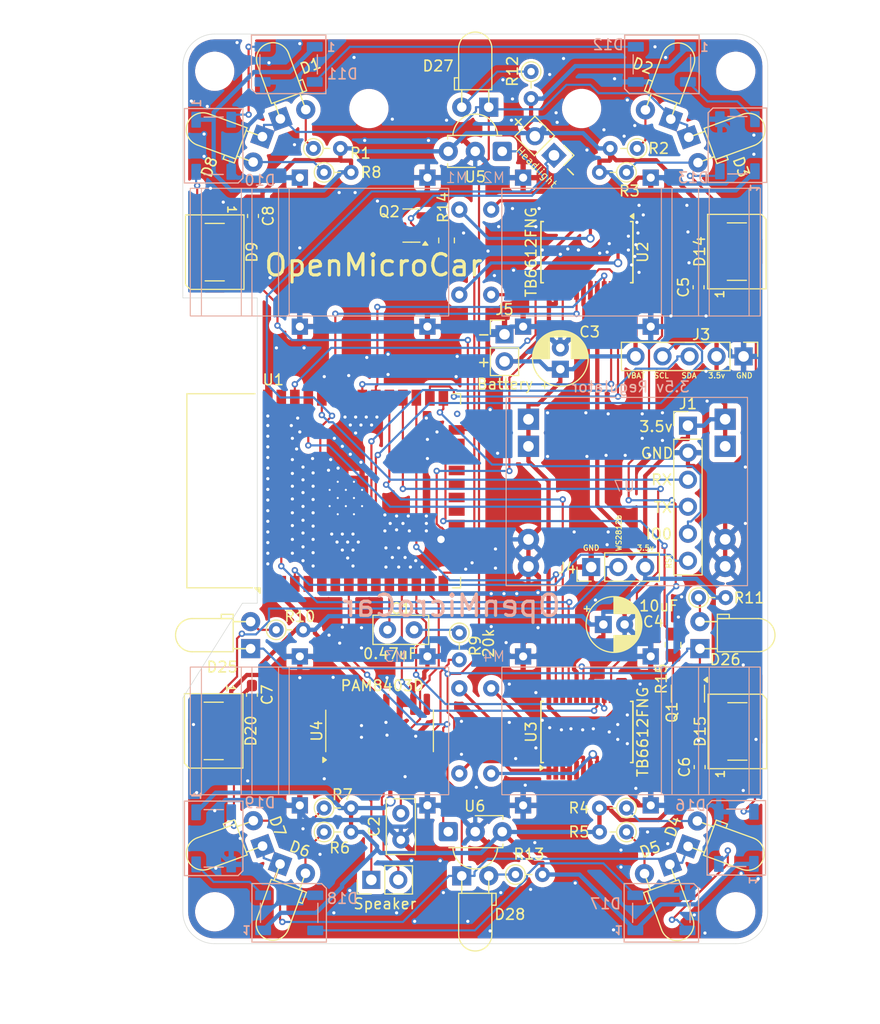
<source format=kicad_pcb>
(kicad_pcb (version 20240108) (generator "pcbnew") (generator_version "8.0")
  (layers (0 "F.Cu" signal) (31 "B.Cu" signal) (34 "B.Paste" user) (35 "F.Paste" user) (36 "B.SilkS" user "B.Silkscreen") (37 "F.SilkS" user "F.Silkscreen") (38 "B.Mask" user) (39 "F.Mask" user) (44 "Edge.Cuts" user))
  (net 0 "")
  (net 1 "Speaker")
  (net 2 "Net-(C1-Pad2)")
  (net 3 "GND")
  (net 4 "Net-(U4-VREF)")
  (net 5 "VBAT")
  (net 6 "3.5v")
  (net 7 "Net-(D1-K)")
  (net 8 "Net-(D1-A)")
  (net 9 "Net-(D2-A)")
  (net 10 "Net-(D3-A)")
  (net 11 "Net-(D4-A)")
  (net 12 "Net-(D5-A)")
  (net 13 "Net-(D6-A)")
  (net 14 "Net-(D7-A)")
  (net 15 "Net-(D8-A)")
  (net 16 "WS2812b")
  (net 17 "Net-(D10-DIN)")
  (net 18 "Net-(D10-DOUT)")
  (net 19 "Net-(D11-DOUT)")
  (net 20 "Net-(D12-DOUT)")
  (net 21 "Net-(D13-DOUT)")
  (net 22 "Net-(D14-DOUT)")
  (net 23 "Net-(D15-DOUT)")
  (net 24 "Net-(D16-DOUT)")
  (net 25 "Net-(D17-DOUT)")
  (net 26 "Net-(D18-DOUT)")
  (net 27 "Net-(D19-DOUT)")
  (net 28 "Net-(D20-DOUT)")
  (net 29 "ESP32-RX")
  (net 30 "ESP32-IO0")
  (net 31 "ESP32-TX")
  (net 32 "ESP32-RST")
  (net 33 "Net-(J2-Pin_1)")
  (net 34 "I2C-SCL")
  (net 35 "I2C-SDA")
  (net 36 "Net-(U4-LOUT+)")
  (net 37 "Net-(U4-LOUT-)")
  (net 38 "M1-2")
  (net 39 "M1-1")
  (net 40 "M2-2")
  (net 41 "M2-1")
  (net 42 "M3-1")
  (net 43 "M3-2")
  (net 44 "M4-1")
  (net 45 "M4-2")
  (net 46 "IR Out")
  (net 47 "Headlight_Control")
  (net 48 "Net-(U4-INL)")
  (net 50 "M2-PWM")
  (net 51 "SPK-Mute")
  (net 52 "M2-C1")
  (net 53 "M4-C2")
  (net 54 "M3-C1")
  (net 55 "M3-C2")
  (net 56 "M1-C2")
  (net 63 "M3-PWM")
  (net 64 "M4-PWM")
  (net 65 "M2-C2")
  (net 66 "IR In 1")
  (net 68 "M1-C1")
  (net 69 "M4-C1")
  (net 71 "IR In 2")
  (net 72 "M1-PWM")
  (net 73 "M-STBY")
  (net 77 "Net-(D25-A)")
  (net 78 "Net-(D26-A)")
  (net 79 "Net-(D27-A)")
  (net 80 "Net-(D28-A)")
  (net 81 "Net-(Q1-B)")
  (net 82 "Net-(Q2-B)")
  (footprint "Right Angle LED:Right Angle LED" (layer "F.Cu") (at 124.1449 132.5148 -20)
    (property "Reference" "D6")
    (property "Value" "LED" (hide yes))
  )
  (footprint "Connector_PinHeader_2.54mm:PinHeader_1x02_P2.54mm_Vertical" (layer "F.Cu") (at 132.725 134 90)
    (property "Reference" "LS1" (hide yes))
    (property "Value" "Speaker")
  )
  (footprint "Capacitor_SMD:C_0603_1608Metric_Pad1.08x0.95mm_HandSolder" (layer "F.Cu") (at 121.6 71.6 -90)
    (property "Reference" "C8")
    (property "Value" "0.1uF" (hide yes))
  )
  (footprint "Right Angle LED:Right Angle LED" (layer "F.Cu") (at 162.5148 130.8551 70)
    (property "Reference" "D4")
    (property "Value" "LED" (hide yes))
  )
  (footprint "Resistor_THT:R_Axial_DIN0204_L3.6mm_D1.6mm_P2.54mm_Vertical" (layer "F.Cu") (at 141 110.78 -90)
    (property "Reference" "R9")
    (property "Value" "20k")
  )
  (footprint "RF_Module:ESP32-WROOM-32" (layer "F.Cu") (at 131.24 97.43 90)
    (property "Reference" "U1")
    (property "Value" "ESP32-WROOM-32" (hide yes))
  )
  (footprint "Connector_PinHeader_2.54mm:PinHeader_1x02_P2.54mm_Vertical" (layer "F.Cu") (at 145.25 82.725)
    (property "Reference" "J5")
    (property "Value" "Battery")
  )
  (footprint "Right Angle LED:Right Angle LED" (layer "F.Cu") (at 163.625 112.27 90)
    (property "Reference" "D26")
    (property "Value" "LED" (hide yes))
  )
  (footprint "Right Angle LED:Right Angle LED Reversed" (layer "F.Cu") (at 121.375 109.73 -90)
    (property "Reference" "D25")
    (property "Value" "LED" (hide yes))
  )
  (footprint "MountingHole:MountingHole_3.2mm_M3" (layer "F.Cu") (at 132.5 61.5)
    (property "Reference" "H1" (hide yes))
    (property "Value" "MountingHole" (hide yes))
  )
  (footprint "Resistor_THT:R_Axial_DIN0204_L3.6mm_D1.6mm_P2.54mm_Vertical" (layer "F.Cu") (at 128.28 127.25)
    (property "Reference" "R7")
    (property "Value" "100" (hide yes))
  )
  (footprint "Package_TO_SOT_SMD:SOT-23-3" (layer "F.Cu") (at 136.5 72.5 180)
    (property "Reference" "Q2")
    (property "Value" "NPN" (hide yes))
  )
  (footprint "Right Angle LED:Right Angle LED Reversed" (layer "F.Cu") (at 126.5593 61.6047 -160)
    (property "Reference" "D1")
    (property "Value" "LED" (hide yes))
  )
  (footprint "Connector_PinHeader_2.54mm:PinHeader_1x05_P2.54mm_Vertical" (layer "F.Cu") (at 167.73 84.8 -90)
    (property "Reference" "J3")
    (property "Value" "Conn_01x05_Pin" (hide yes))
  )
  (footprint "Capacitor_SMD:C_0603_1608Metric_Pad1.08x0.95mm_HandSolder" (layer "F.Cu") (at 163.6 123.4 90)
    (property "Reference" "C6")
    (property "Value" "0.1uF" (hide yes))
  )
  (footprint "Capacitor_THT:CP_Radial_D5.0mm_P2.00mm" (layer "F.Cu") (at 154.5449 110)
    (property "Reference" "C4")
    (property "Value" "10uF")
  )
  (footprint "Right Angle LED:Right Angle LED" (layer "F.Cu") (at 122.4852 64.1449 -110)
    (property "Reference" "D8")
    (property "Value" "LED" (hide yes))
  )
  (footprint "MountingHole:MountingHole_3.2mm_M3" (layer "F.Cu") (at 118 137)
    (property "Reference" "H4" (hide yes))
    (property "Value" "MountingHole" (hide yes))
  )
  (footprint "Capacitor_THT:C_Disc_D5.0mm_W2.5mm_P2.50mm" (layer "F.Cu") (at 135.5 130.25 90)
    (property "Reference" "C2")
    (property "Value" "0.1uF" (hide yes))
  )
  (footprint "Capacitor_SMD:C_0603_1608Metric_Pad1.08x0.95mm_HandSolder" (layer "F.Cu") (at 163.5 78.3 90)
    (property "Reference" "C5")
    (property "Value" "0.1uF" (hide yes))
  )
  (footprint "Resistor_SMD:R_0805_2012Metric_Pad1.20x1.40mm_HandSolder" (layer "F.Cu") (at 161.1 111.9 -90)
    (property "Reference" "R15")
    (property "Value" "100")
  )
  (footprint "Resistor_THT:R_Axial_DIN0204_L3.6mm_D1.6mm_P2.54mm_Vertical" (layer "F.Cu") (at 146.28 133.5)
    (property "Reference" "R13")
    (property "Value" "100" (hide yes))
  )
  (footprint "Right Angle LED:Right Angle LED Reversed" (layer "F.Cu") (at 163.4453 66.5868 110)
    (property "Reference" "D3")
    (property "Value" "LED" (hide yes))
  )
  (footprint "Resistor_THT:R_Axial_DIN0204_L3.6mm_D1.6mm_P2.54mm_Vertical" (layer "F.Cu") (at 156.72 67.5 180)
    (property "Reference" "R3")
    (property "Value" "100" (hide yes))
  )
  (footprint "Capacitor_THT:CP_Radial_D5.0mm_P2.00mm" (layer "F.Cu") (at 150.5 86 90)
    (property "Reference" "C3")
    (property "Value" "100uF" (hide yes))
  )
  (footprint "Package_TO_SOT_SMD:SOT-23-3" (layer "F.Cu") (at 162.5 116.5 -90)
    (property "Reference" "Q1")
    (property "Value" "NPN" (hide yes))
  )
  (footprint "MountingHole:MountingHole_3.2mm_M3" (layer "F.Cu") (at 118 58)
    (property "Reference" "H5" (hide yes))
    (property "Value" "MountingHole" (hide yes))
  )
  (footprint "Resistor_THT:R_Axial_DIN0204_L3.6mm_D1.6mm_P2.54mm_Vertical" (layer "F.Cu") (at 128.28 129.5)
    (property "Reference" "R6")
    (property "Value" "100" (hide yes))
  )
  (footprint "Resistor_THT:R_Axial_DIN0204_L3.6mm_D1.6mm_P2.54mm_Vertical" (layer "F.Cu") (at 163.5 107.47)
    (property "Reference" "R11")
    (property "Value" "100" (hide yes))
  )
  (footprint "LED_SMD:LED_WS2812B_PLCC4_5.0x5.0mm_P3.2mm" (layer "F.Cu") (at 118 75 -90)
    (property "Reference" "D9")
    (property "Value" "WS2812B" (hide yes))
  )
  (footprint "Resistor_THT:R_Axial_DIN0204_L3.6mm_D1.6mm_P2.54mm_Vertical" (layer "F.Cu") (at 127.28 65.25)
    (property "Reference" "R1")
    (property "Value" "100" (hide yes))
  )
  (footprint "Right Angle LED:Right Angle LED" (layer "F.Cu") (at 141.23 133.625)
    (property "Reference" "D28")
    (property "Value" "LED" (hide yes))
  )
  (footprint "MountingHole:MountingHole_3.2mm_M3" (layer "F.Cu") (at 152.5 61.5)
    (property "Reference" "H2" (hide yes))
    (property "Value" "MountingHole" (hide yes))
  )
  (footprint "MountingHole:MountingHole_3.2mm_M3" (layer "F.Cu") (at 167 137)
    (property "Reference" "H6" (hide yes))
    (property "Value" "MountingHole" (hide yes))
  )
  (footprint "Resistor_SMD:R_0805_2012Metric_Pad1.20x1.40mm_HandSolder" (layer "F.Cu") (at 139.8 73.9 -90)
    (property "Reference" "R14")
    (property "Value" "100")
  )
  (footprint "Package_SO:SSOP-24_5.3x8.2mm_P0.65mm" (layer "F.Cu") (at 153 75 -90)
    (property "Reference" "U2")
    (property "Value" "TB6612FNG")
  )
  (footprint "Connector_PinHeader_2.54mm:PinHeader_1x02_P2.54mm_Vertical" (layer "F.Cu") (at 149.9016 65.9016 -135)
    (property "Reference" "J2" (hide yes))
    (property "Value" "Headlight")
  )
  (footprint "Right Angle LED:Right Angle LED Reversed" (layer "F.Cu") (at 158.4132 133.4187 20)
    (property "Reference" "D5")
    (property "Value" "LED" (hide yes))
  )
  (footprint "OptoDevice:Vishay_MINICAST-3Pin" (layer "F.Cu") (at 139.96 129.475)
    (property "Reference" "U6")
    (property "Value" "TSDP341xx" (hide yes))
  )
  (footprint "Resistor_THT:R_Axial_DIN0204_L3.6mm_D1.6mm_P2.54mm_Vertical" (layer "F.Cu") (at 156.72 127.25 180)
    (property "Reference" "R4")
    (property "Value" "100" (hide yes))
  )
  (footprint "Package_SO:SOP-16_3.9x9.9mm_P1.27mm" (layer "F.Cu") (at 133.5 120 90)
    (property "Reference" "U4")
    (property "Value" "PAM8403D")
  )
  (footprint "Package_SO:SSOP-24_5.3x8.2mm_P0.65mm" (layer "F.Cu") (at 153 120.1 90)
    (property "Reference" "U3")
    (property "Value" "TB6612FNG")
  )
  (footprint "Right Angle LED:Right Angle LED" (layer "F.Cu") (at 160.8868 62.5 160)
    (property "Reference" "D2")
    (property "Value" "LED" (hide yes))
  )
  (footprint "Resistor_THT:R_Axial_DIN0204_L3.6mm_D1.6mm_P2.54mm_Vertical" (layer "F.Cu") (at 123.78 110.5)
    (property "Reference" "R10")
    (property "Value" "100" (hide yes))
  )
  (footprint "MountingHole:MountingHole_3.2mm_M3" (layer "F.Cu") (at 167 58)
    (property "Reference" "H3" (hide yes))
    (property "Value" "MountingHole" (hide yes))
  )
  (footprint "Connector_PinHeader_2.54mm:PinHeader_1x03_P2.54mm_Vertical" (layer "F.Cu") (at 153.4 104.6 90)
    (property "Reference" "J4")
    (property "Value" "Conn_01x03_Pin" (hide yes))
  )
  (footprint "OptoDevice:Vishay_MINICAST-3Pin" (layer "F.Cu") (at 145.04 65.525 180)
    (property "Reference" "U5")
    (property "Value" "TSDP341xx" (hide yes))
  )
  (footprint "LED_SMD:LED_WS2812B_PLCC4_5.0x5.0mm_P3.2mm" (layer "F.Cu") (at 167.15 120.05 90)
    (property "Reference" "D15")
    (property "Value" "WS2812B" (hide yes))
  )
  (footprint "LED_SMD:LED_WS2812B_PLCC4_5.0x5.0mm_P3.2mm" (layer "F.Cu") (at 117.9 120 -90)
    (property "Reference" "D20")
    (property "Value" "WS2812B" (hide yes))
  )
  (footprint "Capacitor_THT:C_Disc_D5.0mm_W2.5mm_P2.50mm" (layer "F.Cu") (at 134.25 110.5)
    (property "Reference" "C1")
    (property "Value" "0.47uF")
  )
  (footprint "Resistor_THT:R_Axial_DIN0204_L3.6mm_D1.6mm_P2.54mm_Vertical" (layer "F.Cu") (at 157.72 65.25 180)
    (property "Reference" "R2")
    (property "Value" "100" (hide yes))
  )
  (footprint "Connector_PinHeader_2.54mm:PinHeader_1x06_P2.54mm_Vertical" (layer "F.Cu") (at 162.5 91.31)
    (property "Reference" "J1")
    (property "Value" "Conn_01x06_Pin" (hide yes))
  )
  (footprint "Capacitor_SMD:C_0603_1608Metric_Pad1.08x0.95mm_HandSolder" (layer "F.Cu") (at 121.5 116.6 -90)
    (property "Reference" "C7")
    (property "Value" "0.1uF" (hide yes))
  )
  (footprint "LED_SMD:LED_WS2812B_PLCC4_5.0x5.0mm_P3.2mm" (layer "F.Cu") (at 167.1 74.95 90)
    (property "Reference" "D14")
    (property "Value" "WS2812B" (hide yes))
  )
  (footprint "Right Angle LED:Right Angle LED Reversed" (layer "F.Cu") (at 121.6313 128.4407 -70)
    (property "Reference" "D7")
    (property "Value" "LED" (hide yes))
  )
  (footprint "Resistor_THT:R_Axial_DIN0204_L3.6mm_D1.6mm_P2.54mm_Vertical" (layer "F.Cu") (at 147.75 58.03 -90)
    (property "Reference" "R12")
    (property "Value" "100" (hide yes))
  )
  (footprint "Resistor_THT:R_Axial_DIN0204_L3.6mm_D1.6mm_P2.54mm_Vertical" (layer "F.Cu") (at 128.28 67.5)
    (property "Reference" "R8")
    (property "Value" "100" (hide yes))
  )
  (footprint "Right Angle LED:Right Angle LED" (layer "F.Cu") (at 143.77 61.375 180)
    (property "Reference" "D27")
    (property "Value" "LED" (hide yes))
  )
  (footprint "Resistor_THT:R_Axial_DIN0204_L3.6mm_D1.6mm_P2.54mm_Vertical" (layer "F.Cu") (at 156.72 129.5 180)
    (property "Reference" "R5")
    (property "Value" "100" (hide yes))
  )
  (footprint "N20 Motor:N20 Motor" (layer "B.Cu") (at 155 120 -90)
    (property "Reference" "M4")
    (property "Value" "~")
  )
  (footprint "N20 Motor:N20 Motor" (layer "B.Cu") (at 130 75 90)
    (property "Reference" "M1")
    (property "Value" "~")
  )
  (footprint "N20 Motor:N20 Motor" (layer "B.Cu") (at 130 120 90)
    (property "Reference" "M3")
    (property "Value" "~")
  )
  (footprint "N20 Motor:N20 Motor" (layer "B.Cu") (at 155 75 -90)
    (property "Reference" "M2")
    (property "Value" "~")
  )
  (footprint "LED_SMD:LED_WS2812B_PLCC4_5.0x5.0mm_P3.2mm" (layer "B.Cu") (at 167.05 130.05 90)
    (property "Reference" "D16")
    (property "Value" "WS2812B")
  )
  (footprint "LED_SMD:LED_WS2812B_PLCC4_5.0x5.0mm_P3.2mm" (layer "B.Cu") (at 160.05 57.35 180)
    (property "Reference" "D12")
    (property "Value" "WS2812B")
  )
  (footprint "LED_SMD:LED_WS2812B_PLCC4_5.0x5.0mm_P3.2mm" (layer "B.Cu") (at 167.15 64.95 90)
    (property "Reference" "D13")
    (property "Value" "WS2812B")
  )
  (footprint "LED_SMD:LED_WS2812B_PLCC4_5.0x5.0mm_P3.2mm" (layer "B.Cu") (at 125 137.1)
    (property "Reference" "D18")
    (property "Value" "WS2812B")
  )
  (footprint "LED_SMD:LED_WS2812B_PLCC4_5.0x5.0mm_P3.2mm" (layer "B.Cu") (at 124.95 57.35 180)
    (property "Reference" "D11")
    (property "Value" "WS2812B")
  )
  (footprint "LED_SMD:LED_WS2812B_PLCC4_5.0x5.0mm_P3.2mm" (layer "B.Cu") (at 117.9 65 -90)
    (property "Reference" "D10")
    (property "Value" "WS2812B")
  )
  (footprint "LED_SMD:LED_WS2812B_PLCC4_5.0x5.0mm_P3.2mm" (layer "B.Cu") (at 160 137.1)
    (property "Reference" "D17")
    (property "Value" "WS2812B")
  )
  (footprint "LED_SMD:LED_WS2812B_PLCC4_5.0x5.0mm_P3.2mm" (layer "B.Cu") (at 117.9 130.1 -90)
    (property "Reference" "D19")
    (property "Value" "WS2812B")
  )
  (footprint "DC Buck Converter Module:DC Buck Converter" (layer "B.Cu") (at 156.5 97.5 180)
    (property "Reference" "U7")
    (property "Value" "~")
  )
  (gr_line (start 118 140) (end 167 140) (stroke (width 0.05)) (layer "Edge.Cuts"))
  (gr_arc (start 170 137) (mid 169.12132 139.12132) (end 167 140) (stroke (width 0.05)) (layer "Edge.Cuts"))
  (gr_arc (start 115 57.5) (mid 115.87868 55.37868) (end 118 54.5) (stroke (width 0.05)) (layer "Edge.Cuts"))
  (gr_line (start 115 116.9) (end 115 137) (stroke (width 0.05)) (layer "Edge.Cuts"))
  (gr_line (start 115 79.3) (end 122 79.3) (stroke (width 0.05)) (layer "Edge.Cuts"))
  (gr_line (start 115 57.5) (end 115 79.3) (stroke (width 0.05)) (layer "Edge.Cuts"))
  (gr_line (start 120.6 108) (end 115 116.9) (stroke (width 0.05)) (layer "Edge.Cuts"))
  (gr_line (start 122 108) (end 120.6 108) (stroke (width 0.05)) (layer "Edge.Cuts"))
  (gr_arc (start 167 54.5) (mid 169.12132 55.37868) (end 170 57.5) (stroke (width 0.05)) (layer "Edge.Cuts"))
  (gr_line (start 122 79.3) (end 122 108) (stroke (width 0.05)) (layer "Edge.Cuts"))
  (gr_arc (start 118 140) (mid 115.87868 139.12132) (end 115 137) (stroke (width 0.05)) (layer "Edge.Cuts"))
  (gr_line (start 170 137) (end 170 57.5) (stroke (width 0.05)) (layer "Edge.Cuts"))
  (gr_line (start 167 54.5) (end 118 54.5) (stroke (width 0.05)) (layer "Edge.Cuts"))
  (gr_text "OpenMicroCar\n" (at 150.7 109.4 -0) (layer "B.SilkS") (effects (font (size 2 2) (thickness 0.3) (bold yes)) (justify left bottom mirror)))
  (gr_text "3.5v Regulator" (at 162.75 88.25 0) (layer "B.SilkS") (effects (font (size 1 1)) (justify left bottom mirror)))
  (gr_text "+" (at 143.3 85.3 0) (layer "F.SilkS") (effects (font (size 1 1))))
  (gr_text "VBAT" (at 157.6 86.6 0) (layer "F.SilkS") (effects (font (size 0.5 0.5) (thickness 0.1) (bold yes))))
  (gr_text "SCL" (at 160 86.6 0) (layer "F.SilkS") (effects (font (size 0.5 0.5) (thickness 0.1) (bold yes))))
  (gr_text "RST" (at 160.7 103.3 90) (layer "F.SilkS") (effects (font (size 0.5 0.5) (thickness 0.1) (bold yes)) (justify right)))
  (gr_text "SDA" (at 162.6 86.6 0) (layer "F.SilkS") (effects (font (size 0.5 0.5) (thickness 0.1) (bold yes))))
  (gr_text "GND" (at 159.6 93.9 0) (layer "F.SilkS") (effects (font (size 1 1))))
  (gr_text "-" (at 151.4 67.5 135) (layer "F.SilkS") (effects (font (size 1 1))))
  (gr_text "OpenMicroCar\n" (at 122.5 77.4 0) (layer "F.SilkS") (effects (font (size 2 2) (thickness 0.3) (bold yes)) (justify left bottom)))
  (gr_text "IO0" (at 161.1 101.5 0) (layer "F.SilkS") (effects (font (size 1 1)) (justify right)))
  (gr_text "3.5v" (at 159.5 91.4 0) (layer "F.SilkS") (effects (font (size 1 1))))
  (gr_text "-" (at 143.3 82.7 0) (layer "F.SilkS") (effects (font (size 1 1))))
  (gr_text "RX" (at 161.1 96.4 0) (layer "F.SilkS") (effects (font (size 1 1)) (justify right)))
  (gr_text "+" (at 146.5 62.7 45) (layer "F.SilkS") (effects (font (size 1 1))))
  (gr_text "3.5v" (at 158.5 102.8 0) (layer "F.SilkS") (effects (font (size 0.5 0.5) (thickness 0.1) (bold yes))))
  (gr_text "GND" (at 153.4 102.8 0) (layer "F.SilkS") (effects (font (size 0.5 0.5) (thickness 0.1) (bold yes))))
  (gr_text "GND" (at 167.8 86.6 0) (layer "F.SilkS") (effects (font (size 0.5 0.5) (thickness 0.1) (bold yes))))
  (gr_text "3.5v" (at 165.2 86.6 0) (layer "F.SilkS") (effects (font (size 0.5 0.5) (thickness 0.1) (bold yes))))
  (gr_text "TX" (at 161.1 99 0) (layer "F.SilkS") (effects (font (size 1 1)) (justify right)))
  (gr_text "WS2812b" (at 156 101.4 90) (layer "F.SilkS") (effects (font (size 0.5 0.5) (thickness 0.1) (bold yes))))
  (via (at 140.8 90.2) (size 0.6) (drill 0.3) (layers "F.Cu" "B.Cu") (net 0))
  (segment (start 134.42 110.33) (end 134.42 106.18) (width 0.2) (layer "F.Cu") (net 1))
  (segment (start 134.25 110.5) (end 134.42 110.33) (width 0.2) (layer "F.Cu") (net 1))
  (segment (start 136.75 110.5) (end 140.72 110.5) (width 0.2) (layer "B.Cu") (net 2))
  (segment (start 140.72 110.5) (end 141 110.78) (width 0.2) (layer "B.Cu") (net 2))
  (segment (start 156.5449 112.0034) (end 153.325 115.2233) (width 0.4) (layer "F.Cu") (net 3))
  (segment (start 154.625 70.7616) (end 154.625 70.1233) (width 0.4) (layer "F.Cu") (net 3))
  (segment (start 126 127) (end 126 119.3311) (width 0.4) (layer "F.Cu") (net 3))
  (segment (start 128.805 98.8725) (end 128.805 99.635) (width 0.4) (layer "F.Cu") (net 3))
  (segment (start 165.894 75.1433) (end 164.4878 76.5495) (width 0.4) (layer "F.Cu") (net 3))
  (segment (start 164.8929 96.9469) (end 166 98.0541) (width 0.4) (layer "F.Cu") (net 3))
  (segment (start 162.5 93.85) (end 162.5 95.1017) (width 0.4) (layer "F.Cu") (net 3))
  (segment (start 122.99 93.3) (end 122.99 94.3) (width 0.4) (layer "F.Cu") (net 3))
  (segment (start 159 113) (end 159 117.6375) (width 0.4) (layer "F.Cu") (net 3))
  (segment (start 153.325 116.5) (end 153.325 115.2233) (width 0.4) (layer "F.Cu") (net 3))
  (segment (start 126 82) (end 126 83.1637) (width 0.4) (layer "F.Cu") (net 3))
  (segment (start 137.7037 115.0068) (end 137.7037 114.46) (width 0.4) (layer "F.Cu") (net 3))
  (segment (start 122.99 99.3) (end 122.99 100.3) (width 0.4) (layer "F.Cu") (net 3))
  (segment (start 147.5 104.54) (end 147.5 102) (width 0.4) (layer "F.Cu") (net 3))
  (segment (start 128.805 97.3475) (end 128.805 98.11) (width 0.4) (layer "F.Cu") (net 3))
  (segment (start 151.375 124.9767) (end 154.625 124.9767) (width 0.4) (layer "F.Cu") (net 3))
  (segment (start 122.99 97.3) (end 122.99 98.3) (width 0.4) (layer "F.Cu") (net 3))
  (segment (start 162.5 95.1017) (end 163.0476 95.1017) (width 0.4) (layer "F.Cu") (net 3))
  (segment (start 131.855 97.3475) (end 131.855 98.11) (width 0.4) (layer "F.Cu") (net 3))
  (segment (start 166.613 119.787) (end 168.8 117.6) (width 0.4) (layer "F.Cu") (net 3))
  (segment (start 164.9268 116.4573) (end 164.648 116.7361) (width 0.4) (layer "F.Cu") (net 3))
  (segment (start 160.1625 118.8) (end 159 117.6375) (width 0.4) (layer "F.Cu") (net 3))
  (segment (start 139.5983 103.14) (end 139.2755 102.8172) (width 0.4) (layer "F.Cu") (net 3))
  (segment (start 138 82) (end 138 80.8363) (width 0.4) (layer "F.Cu") (net 3))
  (segment (start 167.73 84.8) (end 167.73 76.7667) (width 0.4) (layer "F.Cu") (net 3))
  (segment (start 116.4627 122.45) (end 119.5816 119.3311) (width 0.4) (layer "F.Cu") (net 3))
  (segment (start 130.33 97.3475) (end 130.33 98.11) (width 0.4) (layer "F.Cu") (net 3))
  (segment (start 129.5675 96.585) (end 129.5675 98.11) (width 0.4) (layer "F.Cu") (net 3))
  (segment (start 130.325 117.5) (end 130.325 116.1613) (width 0.4) (layer "F.Cu") (net 3))
  (segment (start 120.5122 118.4005) (end 120.5122 116.7253) (width 0.4) (layer "F.Cu") (net 3))
  (segment (start 162.5 117.6375) (end 161.3375 118.8) (width 0.4) (layer "F.Cu") (net 3))
  (segment (start 162.5 117.6375) (end 164.648 119.7855) (width 0.4) (layer "F.Cu") (net 3))
  (segment (start 163.0476 95.1017) (end 164.8929 96.9469) (width 0.4) (layer "F.Cu") (net 3))
  (segment (start 164.6495 119.787) (end 164.5628 119.8737) (width 0.4) (layer "F.Cu") (net 3))
  (segment (start 121.6 70.7375) (end 120.6122 71.7253) (width 0.4) (layer "F.Cu") (net 3))
  (segment (start 164.9268 105.6132) (end 164.9268 116.4573) (width 0.4) (layer "F.Cu") (net 3))
  (segment (start 151.375 71.4) (end 151.375 70.1233) (width 0.4) (layer "F.Cu") (net 3))
  (segment (start 131.0925 96.585) (end 131.0925 98.11) (width 0.4) (layer "F.Cu") (net 3))
  (segment (start 129.13185 114.96815) (end 127.1637 113) (width 0.4) (layer "F.Cu") (net 3))
  (segment (start 159 68) (end 157.8363 68) (width 0.4) (layer "F.Cu") (net 3))
  (segment (start 135.3625 78.1988) (end 138 80.8363) (width 0.4) (layer "F.Cu") (net 3))
  (segment (start 147.5 111.3363) (end 147.5 104.54) (width 0.4) (layer "F.Cu") (net 3))
  (segment (start 136.675 115.8988) (end 137.1559 115.4179) (width 0.4) (layer "F.Cu") (net 3))
  (segment (start 126 74.6) (end 126 82) (width 0.4) (layer "F.Cu") (net 3))
  (segment (start 155.275 124.9767) (end 156.0313 124.9767) (width 0.4) (layer "F.Cu") (net 3))
  (segment (start 119.5816 119.3311) (end 126 119.3311) (width 0.4) (layer "F.Cu") (net 3))
  (segment (start 126 68) (end 126 74.6) (width 0.4) (layer "F.Cu") (net 3))
  (segment (start 166.1066 75.1433) (end 165.894 75.1433) (width 0.4) (layer "F.Cu") (net 3))
  (segment (start 136.675 117.5) (end 136.675 115.8988) (width 0.4) (layer "F.Cu") (net 3))
  (segment (start 126 119.3311) (end 126 115) (width 0.4) (layer "F.Cu") (net 3))
  (segment (start 126 83.1637) (end 122.99 86.1737) (width 0.4) (layer "F.Cu") (net 3))
  (segment (start 135.3625 72.5) (end 135.3625 78.1988) (width 0.4) (layer "F.Cu") (net 3))
  (segment (start 166 102) (end 166 104.54) (width 0.4) (layer "F.Cu") (net 3))
  (segment (start 123.2 77.4) (end 120.6122 74.8122) (width 0.4) (layer "F.Cu") (net 3))
  (segment (start 138 113) (end 138 114.1637) (width 0.4) (layer "F.Cu") (net 3))
  (segment (start 166 104.54) (end 164.9268 105.6132) (width 0.4) (layer "F.Cu") (net 3))
  (segment (start 131.855 98.11) (end 131.855 98.8725) (width 0.4) (layer "F.Cu") (net 3))
  (segment (start 164.648 116.7361) (end 164.648 119.7855) (width 0.4) (layer "F.Cu") (net 3))
  (segment (start 131.855 98.8725) (end 131.855 99.635) (width 0.4) (layer "F.Cu") (net 3))
  (segment (start 152.675 79.9477) (end 152.675 78.6) (width 0.4) (layer "F.Cu") (net 3))
  (segment (start 122.99 88.68) (end 122.99 90.4) (width 0.4) (layer "F.Cu") (net 3))
  (segment (start 128.805 96.585) (end 128.805 97.3475) (width 0.4) (layer "F.Cu") (net 3))
  (segment (start 126 113) (end 127.1637 113) (width 0.4) (layer "F.Cu") (net 3))
  (segment (start 137.2926 115.4179) (end 137.7037 115.0068) (width 0.4) (layer "F.Cu") (net 3))
  (segment (start 140.75 103.14) (end 139.5983 103.14) (width 0.4) (layer "F.Cu") (net 3))
  (segment (start 154.625 70.7616) (end 155.275 70.7616) (width 0.4) (layer "F.Cu") (net 3))
  (segment (start 154.625 71.4) (end 154.625 73.6139) (width 0.4) (layer "F.Cu") (net 3))
  (segment (start 166 98.0541) (end 166 102) (width 0.4) (layer "F.Cu") (net 3))
  (segment (start 153.4 104.6) (end 153.4 105.8517) (width 0.4) (layer "F.Cu") (net 3))
  (segment (start 122.99 101.3) (end 122.99 102.3) (width 0.4) (layer "F.Cu") (net 3))
  (segment (start 155.275 123.7) (end 154.625 123.7) (width 0.4) (layer "F.Cu") (net 3))
  (segment (start 164.4878 76.5495) (end 164.4878 78.1747) (width 0.4) (layer "F.Cu") (net 3))
  (segment (start 161.3375 118.8) (end 160.1625 118.8) (width 0.4) (layer "F.Cu") (net 3))
  (segment (start 123.2 77.4) (end 126 80.2) (width 0.4) (layer "F.Cu") (net 3))
  (segment (start 116.25 122.45) (end 116.4627 122.45) (width 0.4) (layer "F.Cu") (net 3))
  (segment (start 122.99 104.3) (end 122.99 106.18) (width 0.4) (layer "F.Cu") (net 3))
  (segment (start 122.99 90.4) (end 122.99 91.3) (width 0.4) (layer "F.Cu") (net 3))
  (segment (start 152.7626 81.7374) (end 152.7626 80.0353) (width 0.4) (layer "F.Cu") (net 3))
  (segment (start 154.625 70.7616) (end 154.625 71.4) (width 0.4) (layer "F.Cu") (net 3))
  (segment (start 152.675 75.5639) (end 152.675 78.6) (width 0.4) (layer "F.Cu") (net 3))
  (segment (start 164.5628 123.2997) (end 163.6 124.2625) (width 0.4) (layer "F.Cu") (net 3))
  (segment (start 120.6122 74.8122) (end 120.6122 73.4005) (width 0.4) (layer "F.Cu") (net 3))
  (segment (start 139.2755 102.8172) (end 139.2755 102) (width 0.4) (layer "F.Cu") (net 3))
  (segment (start 122.99 86.1737) (end 122.99 88.68) (width 0.4) (layer "F.Cu") (net 3))
  (segment (start 122.99 91.3) (end 122.99 92.3) (width 0.4) (layer "F.Cu") (net 3))
  (segment (start 156.5449 110) (end 156.5449 108.9966) (width 0.4) (layer "F.Cu") (net 3))
  (segment (start 120.5122 116.7253) (end 121.5 115.7375) (width 0.4) (layer "F.Cu") (net 3))
  (segment (start 155.275 70.7616) (end 155.275 70.1233) (width 0.4) (layer "F.Cu") (net 3))
  (segment (start 116.5627 77.45) (end 120.6122 73.4005) (width 0.4) (layer "F.Cu") (net 3))
  (segment (start 122.99 103.3) (end 122.99 104.3) (width 0.4) (layer "F.Cu") (net 3))
  (segment (start 122.99 95.3) (end 122.99 96.3) (width 0.4) (layer "F.Cu") (net 3))
  (segment (start 122.99 92.3) (end 122.99 93.3) (width 0.4) (layer "F.Cu") (net 3))
  (segment (start 122.99 102.3) (end 122.99 103.3) (width 0.4) (layer "F.Cu") (net 3))
  (segment (start 157.8363 68) (end 155.713 70.1233) (width 0.4) (layer "F.Cu") (net 3))
  (segment (start 164.6495 119.787) (end 166.613 119.787) (width 0.4) (layer "F.Cu") (net 3))
  (segment (start 137.7037 114.46) (end 138 114.1637) (width 0.4) (layer "F.Cu") (net 3))
  (segment (start 159 127) (end 157.8363 127) (width 0.4) (layer "F.Cu") (net 3))
  (segment (start 147 111.8363) (end 147.5 111.3363) (width 0.4) (layer "F.Cu") (net 3))
  (segment (start 167.73 76.7667) (end 166.1067 75.1433) (width 0.4) (layer "F.Cu") (net 3))
  (segment (start 135.405 117.5) (end 136.675 117.5) (width 0.4) (layer "F.Cu") (net 3))
  (segment (start 138 69.1637) (end 135.3625 71.8012) (width 0.4) (layer "F.Cu") (net 3))
  (segment (start 164.4878 78.1747) (end 163.5 79.1625) (width 0.4) (layer "F.Cu") (net 3))
  (segment (start 126 115) (end 126 113) (width 0.4) (layer "F.Cu") (net 3))
  (segment (start 122.99 98.3) (end 122.99 99.3) (width 0.4) (layer "F.Cu") (net 3))
  (segment (start 154.625 123.7) (end 154.625 124.9767) (width 0.4) (layer "F.Cu") (net 3))
  (segment (start 151.375 123.7) (end 150.725 123.7) (width 0.4) (layer "F.Cu") (net 3))
  (segment (start 156.5449 110) (end 156.5449 112.0034) (width 0.4) (layer "F.Cu") (net 3))
  (segment (start 131.855 96.585) (end 131.855 97.3475) (width 0.4) (layer "F.Cu") (net 3))
  (segment (start 155.275 71.4) (end 155.275 70.7616) (width 0.4) (layer "F.Cu") (net 3))
  (segment (start 156.5449 108.9966) (end 153.4 105.8517) (width 0.4) (layer "F.Cu") (net 3))
  (segment (start 150.725 71.4) (end 151.375 71.4) (width 0.4) (layer "F.Cu") (net 3))
  (segment (start 122.99 94.3) (end 122.99 95.3) (width 0.4) (layer "F.Cu") (net 3))
  (segment (start 137.1559 115.4179) (end 137.2926 115.4179) (width 0.4) (layer "F.Cu") (net 3))
  (segment (start 122.99 100.3) (end 122.99 101.3) (width 0.4) (layer "F.Cu") (net 3))
  (segment (start 130.33 98.8725) (end 130.33 99.635) (width 0.4) (layer "F.Cu") (net 3))
  (segment (start 126 80.2) (end 126 83.1637) (width 0.4) (layer "F.Cu") (net 3))
  (segment (start 130.325 122.5) (end 130.325 117.5) (width 0.4) (layer "F.Cu") (net 3))
  (segment (start 119.5816 119.3311) (end 120.5122 118.4005) (width 0.4) (layer "F.Cu") (net 3))
  (segment (start 154.625 73.6139) (end 152.675 75.5639) (width 0.4) (layer "F.Cu") (net 3))
  (segment (start 166.1067 75.1433) (end 166.1066 75.1433) (width 0.4) (layer "F.Cu") (net 3))
  (segment (start 164.5628 119.8737) (end 164.5628 123.2997) (width 0.4) (layer "F.Cu") (net 3))
  (segment (start 157.8363 126.7817) (end 157.8363 127) (width 0.4) (layer "F.Cu") (net 3))
  (segment (start 120.6122 71.7253) (end 120.6122 73.4005) (width 0.4) (layer "F.Cu") (net 3))
  (segment (start 159 117.6375) (end 159 127) (width 0.4) (layer "F.Cu") (net 3))
  (segment (start 129.5675 98.11) (end 129.5675 99.635) (width 0.4) (layer "F.Cu") (net 3))
  (segment (start 155.275 123.7) (end 155.275 124.9767) (width 0.4) (layer "F.Cu") (net 3))
  (segment (start 122.99 96.3) (end 122.99 97.3) (width 0.4) (layer "F.Cu") (net 3))
  (segment (start 152.7626 80.0353) (end 152.675 79.9477) (width 0.4) (layer "F.Cu") (net 3))
  (segment (start 147 113) (end 147 111.8363) (width 0.4) (layer "F.Cu") (net 3))
  (segment (start 151.375 70.1233) (end 154.625 70.1233) (width 0.4) (layer "F.Cu") (net 3))
  (segment (start 150.5 84) (end 152.7626 81.7374) (width 0.4) (layer "F.Cu") (net 3))
  (segment (start 164.648 119.7855) (end 164.6495 119.787) (width 0.4) (layer "F.Cu") (net 3))
  (segment (start 155.713 70.1233) (end 155.275 70.1233) (width 0.4) (layer "F.Cu") (net 3))
  (segment (start 116.35 77.45) (end 116.5627 77.45) (width 0.4) (layer "F.Cu") (net 3))
  (segment (start 151.375 123.7) (end 151.375 124.9767) (width 0.4) (layer "F.Cu") (net 3))
  (segment (start 168.75 72.5) (end 166.1067 75.1433) (width 0.4) (layer "F.Cu") (net 3))
  (segment (start 167.73 94.1098) (end 167.73 84.8) (width 0.4) (layer "F.Cu") (net 3))
  (segment (start 138 68) (end 138 69.1637) (width 0.4) (layer "F.Cu") (net 3))
  (segment (start 128.805 98.11) (end 128.805 98.8725) (width 0.4) (layer "F.Cu") (net 3))
  (segment (start 135.3625 71.8012) (end 135.3625 72.5) (width 0.4) (layer "F.Cu") (net 3))
  (segment (start 130.33 96.585) (end 130.33 97.3475) (width 0.4) (layer "F.Cu") (net 3))
  (segment (start 156.0313 124.9767) (end 157.8363 126.7817) (width 0.4) (layer "F.Cu") (net 3))
  (segment (start 130.325 116.1613) (end 129.13185 114.96815) (width 0.4) (layer "F.Cu") (net 3))
  (segment (start 164.8929 96.9469) (end 167.73 94.1098) (width 0.4) (layer "F.Cu") (net 3))
  (segment (start 130.33 98.11) (end 130.33 98.8725) (width 0.4) (layer "F.Cu") (net 3))
  (via (at 147.2 125.1) (size 0.6) (drill 0.3) (layers "F.Cu" "B.Cu") (net 3))
  (via (at 137.9 101.2) (size 0.6) (drill 0.3) (layers "F.Cu" "B.Cu") (net 3))
  (via (at 156.8 60.7) (size 0.6) (drill 0.3) (layers "F.Cu" "B.Cu") (net 3))
  (via (at 147.7 134.9) (size 0.6) (drill 0.3) (layers "F.Cu" "B.Cu") (net 3))
  (via (at 168.7 65.8) (size 0.6) (drill 0.3) (layers "F.Cu" "B.Cu") (net 3))
  (via (at 157.8 73.2) (size 0.6) (drill 0.3) (layers "F.Cu" "B.Cu") (net 3))
  (via (at 155.6 58.7) (size 0.6) (drill 0.3) (layers "F.Cu" "B.Cu") (net 3))
  (via (at 133.25 90.5) (size 0.6) (drill 0.3) (layers "F.Cu" "B.Cu") (net 3))
  (via (at 141.2 119.1) (size 0.6) (drill 0.3) (layers "F.Cu" "B.Cu") (net 3))
  (via (at 144.9 135.2) (size 0.6) (drill 0.3) (layers "F.Cu" "B.Cu") (net 3))
  (via (at 140.7 86.7) (size 0.6) (drill 0.3) (layers "F.Cu" "B.Cu") (net 3))
  (via (at 158 115.6) (size 0.6) (drill 0.3) (layers "F.Cu" "B.Cu") (net 3))
  (via (at 137.5 104.6) (size 0.6) (drill 0.3) (layers "F.Cu" "B.Cu") (net 3))
  (via (at 125.3 102) (size 0.6) (drill 0.3) (layers "F.Cu" "B.Cu") (net 3))
  (via (at 132.75 91.25) (size 0.6) (drill 0.3) (layers "F.Cu" "B.Cu") (net 3))
  (via (at 118 127.5) (size 0.6) (drill 0.3) (layers "F.Cu" "B.Cu") (net 3))
  (via (at 144 110.2) (size 0.6) (drill 0.3) (layers "F.Cu" "B.Cu") (net 3))
  (via (at 126 74.6) (size 0.6) (drill 0.3) (layers "F.Cu" "B.Cu") (net 3))
  (via (at 135.3 102.8) (size 0.6) (drill 0.3) (layers "F.Cu" "B.Cu") (net 3))
  (via (at 139.2755 102) (size 1) (drill 0.7) (layers "F.Cu" "B.Cu") (net 3))
  (via (at 118.1 132.9) (size 0.6) (drill 0.3) (layers "F.Cu" "B.Cu") (net 3))
  (via (at 148.4 110.3) (size 0.6) (drill 0.3) (layers "F.Cu" "B.Cu") (net 3))
  (via (at 160.4 56.7) (size 0.6) (drill 0.3) (layers "F.Cu" "B.Cu") (net 3))
  (via (at 157.6 125.4) (size 0.6) (drill 0.3) (layers "F.Cu" "B.Cu") (net 3))
  (via (at 155.5 138.7) (size 0.6) (drill 0.3) (layers "F.Cu" "B.Cu") (net 3))
  (via (at 122.99 96.3) (size 0.6) (drill 0.3) (layers "F.Cu" "B.Cu") (net 3))
  (via (at 141.8 137.9) (size 0.6) (drill 0.3) (layers "F.Cu" "B.Cu") (net 3))
  (via (at 126.3 96.4) (size 0.6) (drill 0.3) (layers "F.Cu" "B.Cu") (net 3))
  (via (at 148.5 70.9) (size 0.6) (drill 0.3) (layers "F.Cu" "B.Cu") (net 3))
  (via (at 135.1 101.1) (size 0.6) (drill 0.3) (layers "F.Cu" "B.Cu") (net 3))
  (via (at 151.9 134.3) (size 0.6) (drill 0.3) (layers "F.Cu" "B.Cu") (net 3))
  (via (at 162.5 73.1) (size 0.6) (drill 0.3) (layers "F.Cu" "B.Cu") (net 3))
  (via (at 138.1 64.5) (size 0.6) (drill 0.3) (layers "F.Cu" "B.Cu") (net 3))
  (via (at 151.5 119.8) (size 0.6) (drill 0.3) (layers "F.Cu" "B.Cu") (net 3))
  (via (at 121.1 124.7) (size 0.6) (drill 0.3) (layers "F.Cu" "B.Cu") (net 3))
  (via (at 125.5 64.9) (size 0.6) (drill 0.3) (layers "F.Cu" "B.Cu") (net 3))
  (via (at 115.8 60.8) (size 0.6) (drill 0.3) (layers "F.Cu" "B.Cu") (net 3))
  (via (at 155.9 119.4) (size 0.6) (drill 0.3) (layers "F.Cu" "B.Cu") (net 3))
  (via (at 168.7 64) (size 0.6) (drill 0.3) (layers "F.Cu" "B.Cu") (net 3))
  (via (at 143.9 138.8) (size 0.6) (drill 0.3) (layers "F.Cu" "B.Cu") (net 3))
  (via (at 144 107.1) (size 0.6) (drill 0.3) (layers "F.Cu" "B.Cu") (net 3))
  (via (at 135.1 137.1) (size 0.6) (drill 0.3) (layers "F.Cu" "B.Cu") (net 3))
  (via (at 145.2 107.1) (size 0.6) (drill 0.3) (layers "F.Cu" "B.Cu") (net 3))
  (via (at 167.5 133.4) (size 0.6) (drill 0.3) (layers "F.Cu" "B.Cu") (net 3))
  (via (at 153 94.2) (size 0.6) (drill 0.3) (layers "F.Cu" "B.Cu") (net 3))
  (via (at 141.4 73.2) (size 0.6) (drill 0.3) (layers "F.Cu" "B.Cu") (net 3))
  (via (at 123.1 57.2) (size 0.6) (drill 0.3) (layers "F.Cu" "B.Cu") (net 3))
  (via (at 148.8 74.8) (size 0.6) (drill 0.3) (layers "F.Cu" "B.Cu") (net 3))
  (via (at 150.6 119.9) (size 0.6) (drill 0.3) (layers "F.Cu" "B.Cu") (net 3))
  (via (at 125.3 97) (size 0.6) (drill 0.3) (layers "F.Cu" "B.Cu") (net 3))
  (via (at 134.1 102.8) (size 0.6) (drill 0.3) (layers "F.Cu" "B.Cu") (net 3))
  (via (at 149.5 58.3) (size 0.6) (drill 0.3) (layers "F.Cu" "B.Cu") (net 3))
  (via (at 158.2 92.5) (size 0.6) (drill 0.3) (layers "F.Cu" "B.Cu") (net 3))
  (via (at 148.8 119) (size 0.6) (drill 0.3) (layers "F.Cu" "B.Cu") (net 3))
  (via (at 145.4 111.7) (size 0.6) (drill 0.3) (layers "F.Cu" "B.Cu") (net 3))
  (via (at 136.9 120.5) (size 0.6) (drill 0.3) (layers "F.Cu" "B.Cu") (net 3))
  (via (at 134.5 100.5) (size 0.6) (drill 0.3) (layers "F.Cu" "B.Cu") (net 3))
  (via (at 128.3 124.5) (size 0.6) (drill 0.3) (layers "F.Cu" "B.Cu") (net 3))
  (via (at 127.25 102) (size 0.6) (drill 0.3) (layers "F.Cu" "B.Cu") (net 3))
  (via (at 162.6 76) (size 0.6) (drill 0.3) (layers "F.Cu" "B.Cu") (net 3))
  (via (at 126.4 84) (size 0.6) (drill 0.3) (layers "F.Cu" "B.Cu") (net 3))
  (via (at 122.99 93.3) (size 0.6) (drill 0.3) (layers "F.Cu" "B.Cu") (net 3))
  (via (at 157.5 75.4) (size 0.6) (drill 0.3) (layers "F.Cu" "B.Cu") (net 3))
  (via (at 160.1 90.1) (size 0.6) (drill 0.3) (layers "F.Cu" "B.Cu") (net 3))
  (via (at 126.3 98.9) (size 0.6) (drill 0.3) (layers "F.Cu" "B.Cu") (net 3))
  (via (at 167.9 95.2) (size 0.6) (drill 0.3) (layers "F.Cu" "B.Cu") (net 3))
  (via (at 125.7 93.5) (size 0.6) (drill 0.3) (layers "F.Cu" "B.Cu") (net 3))
  (via (at 152.9 90.1) (size 0.6) (drill 0.3) (layers "F.Cu" "B.Cu") (net 3))
  (via (at 135.3 104.6) (size 0.6) (drill 0.3) (layers "F.Cu" "B.Cu") (net 3))
  (via (at 154.6 63.5) (size 0.6) (drill 0.3) (layers "F.Cu" "B.Cu") (net 3))
  (via (at 131.25 92) (size 0.6) (drill 0.3) (layers "F.Cu" "B.Cu") (net 3))
  (via (at 122.99 92.3) (size 0.6) (drill 0.3) (layers "F.Cu" "B.Cu") (net 3))
  (via (at 122.99 102.3) (size 0.6) (drill 0.3) (layers "F.Cu" "B.Cu") (net 3))
  (via (at 131.8 110.3) (size 0.6) (drill 0.3) (layers "F.Cu" "B.Cu") (net 3))
  (via (at 122.99 98.3) (size 0.6) (drill 0.3) (layers "F.Cu" "B.Cu") (net 3))
  (via (at 131.8 120.6) (size 0.6) (drill 0.3) (layers "F.Cu" "B.Cu") (net 3))
  (via (at 156.6 94.1) (size 0.6) (drill 0.3) (layers "F.Cu" "B.Cu") (net 3))
  (via (at 130.7 135) (size 0.6) (drill 0.3) (layers "F.Cu" "B.Cu") (net 3))
  (via (at 122.99 97.3) (size 0.6) (drill 0.3) (layers "F.Cu" "B.Cu") (net 3))
  (via (at 127.25 104.5) (size 0.6) (drill 0.3) (layers "F.Cu" "B.Cu") (net 3))
  (via (at 161.6 109.3) (size 0.6) (drill 0.3) (layers "F.Cu" "B.Cu") (net 3))
  (via (at 138 94.4) (size 0.6) (drill 0.3) (layers "F.Cu" "B.Cu") (net 3))
  (via (at 138.9 91.9) (size 0.6) (drill 0.3) (layers "F.Cu" "B.Cu") (net 3))
  (via (at 137.9 100.5) (size 0.6) (drill 0.3) (layers "F.Cu" "B.Cu") (net 3))
  (via (at 125.8 90.6) (size 0.6) (drill 0.3) (layers "F.Cu" "B.Cu") (net 3))
  (via (at 149.5 119.7) (size 0.6) (drill 0.3) (layers "F.Cu" "B.Cu") (net 3))
  (via (at 126.3 101.4) (size 0.6) (drill 0.3) (layers "F.Cu" "B.Cu") (net 3))
  (via (at 144.7 72.6) (size 0.6) (drill 0.3) (layers "F.Cu" "B.Cu") (net 3))
  (via (at 169.1 133.9) (size 0.6) (drill 0.3) (layers "F.Cu" "B.Cu") (net 3))
  (via (at 127.25 98.25) (size 0.6) (drill 0.3) (layers "F.Cu" "B.Cu") (net 3))
  (via (at 154.2 75.1) (size 0.6) (drill 0.3) (layers "F.Cu" "B.Cu") (net 3))
  (via (at 130.75 91.25) (size 0.6) (drill 0.3) (layers "F.Cu" "B.Cu") (net 3))
  (via (at 117.3 61.3) (size 0.6) (drill 0.3) (layers "F.Cu" "B.Cu") (net 3))
  (via (at 157.7 72.2) (size 0.6) (drill 0.3) (layers "F.Cu" "B.Cu") (net 3))
  (via (at 142.6 125.3) (size 0.6) (drill 0.3) (layers "F.Cu" "B.Cu") (net 3))
  (via (at 157.5 63.1) (size 0.6) (drill 0.3) (layers "F.Cu" "B.Cu") (net 3))
  (via (at 127.25 97) (size 0.6) (drill 0.3) (layers "F.Cu" "B.Cu") (net 3))
  (via (at 164.3 89) (size 0.6) (drill 0.3) (layers "F.Cu" "B.Cu") (net 3))
  (via (at 132.1 64.5) (size 0.6) (drill 0.3) (layers "F.Cu" "B.Cu") (net 3))
  (via (at 143.9 89.8) (size 0.6) (drill 0.3) (layers "F.Cu" "B.Cu") (net 3))
  (via (at 136.4 104.6) (size 0.6) (drill 0.3) (layers "F.Cu" "B.Cu") (net 3))
  (via (at 126.3 102.7) (size 0.6) (drill 0.3) (layers "F.Cu" "B.Cu") (net 3))
  (via (at 168.9 120.8) (size 0.6) (drill 0.3) (layers "F.Cu" "B.Cu") (net 3))
  (via (at 134.7 62.5) (size 0.6) (drill 0.3) (layers "F.Cu" "B.Cu") (net 3))
  (via (at 129.7 69.4) (size 0.6) (drill 0.3) (layers "F.Cu" "B.Cu") (net 3))
  (via (at 138 92.6) (size 0.6) (drill 0.3) (layers "F.Cu" "B.Cu") (net 3))
  (via (at 157.9 70.6) (size 0.6) (drill 0.3) (layers "F.Cu" "B.Cu") (net 3))
  (via (at 125.3 99.5) (size 0.6) (drill 0.3) (layers "F.Cu" "B.Cu") (net 3))
  (via (at 128.3 86.7) (size 0.6) (drill 0.3) (layers "F.Cu" "B.Cu") (net 3))
  (via (at 162.4 70.6) (size 0.6) (drill 0.3) (layers "F.Cu" "B.Cu") (net 3))
  (via (at 158.9 94.1) (size 0.6) (drill 0.3) (layers "F.Cu" "B.Cu") (net 3))
  (via (at 131.1 56.7) (size 0.6) (drill 0.3) (layers "F.Cu" "B.Cu") (net 3))
  (via (at 133.3 70.2) (size 0.6) (drill 0.3) (layers "F.Cu" "B.Cu") (net 3))
  (via (at 159.4 55.7) (size 0.6) (drill 0.3) (layers "F.Cu" "B.Cu") (net 3))
  (via (at 154.9 102.5) (size 0.6) (drill 0.3) (layers "F.Cu" "B.Cu") (net 3))
  (via (at 142.2 104.2) (size 0.6) (drill 0.3) (layers "F.Cu" "B.Cu") (net 3))
  (via (at 149.3 94.2) (size 0.6) (drill 0.3) (layers "F.Cu" "B.Cu") (net 3))
  (via (at 141.2 122.2) (size 0.6) (drill 0.3) (layers "F.Cu" "B.Cu") (net 3))
  (via (at 135.1 99.8) (size 0.6) (drill 0.3) (layers "F.Cu" "B.Cu") (net 3))
  (via (at 149.3 90.1) (size 0.6) (drill 0.3) (layers "F.Cu" "B.Cu") (net 3))
  (via (at 148.2 121.6) (size 0.6) (drill 0.3) (layers "F.Cu" "B.Cu") (net 3))
  (via (at 125.3 98.2) (size 0.6) (drill 0.3) (layers "F.Cu" "B.Cu") (net 3))
  (via (at 144.4 104.7) (size 0.6) (drill 0.3) (layers "F.Cu" "B.Cu") (net 3))
  (via (at 122.99 99.3) (size 0.6) (drill 0.3) (layers "F.Cu" "B.Cu") (net 3))
  (via (at 134.1 119.2) (size 0.6) (drill 0.3) (layers "F.Cu" "B.Cu") (net 3))
  (via (at 123.2 77.4) (size 0.6) (drill 0.3) (layers "F.Cu" "B.Cu") (net 3))
  (via (at 145.1 58.8) (size 0.6) (drill 0.3) (layers "F.Cu" "B.Cu") (net 3))
  (via (at 155.1 120.1) (size 0.6) (drill 0.3) (layers "F.Cu" "B.Cu") (net 3))
  (via (at 126.3 129.2) (size 0.6) (drill 0.3) (layers "F.Cu" "B.Cu") (net 3))
  (via (at 130 110.25) (size 0.6) (drill 0.3) (layers "F.Cu" "B.Cu") (net 3))
  (via (at 131.25 90.5) (size 0.6) (drill 0.3) (layers "F.Cu" "B.Cu") (net 3))
  (via (at 126 55.4) (size 0.6) (drill 0.3) (layers "F.Cu" "B.Cu") (net 3))
  (via (at 141.6 104.8) (size 0.6) (drill 0.3) (layers "F.Cu" "B.Cu") (net 3))
  (via (at 130.6 86.6) (size 0.6) (drill 0.3) (layers "F.Cu" "B.Cu") (net 3))
  (via (at 161.9 107.4) (size 0.6) (drill 0.3) (layers "F.Cu" "B.Cu") (net 3))
  (via (at 127.25 95.75) (size 0.6) (drill 0.3) (layers "F.Cu" "B.Cu") (net 3))
  (via (at 150.1 61.9) (size 0.6) (drill 0.3) (layers "F.Cu" "B.Cu") (net 3))
  (via (at 134.2 120.4) (size 0.6) (drill 0.3) (layers "F.Cu" "B.Cu") (net 3))
  (via (at 131.5 102.25) (size 0.6) (drill 0.3) (layers "F.Cu" "B.Cu") (net 3))
  (via (at 156.2 132.8) (size 0.6) (drill 0.3) (layers "F.Cu" "B.Cu") (net 3))
  (via (at 158.3 71.5) (size 0.6) (drill 0.3) (layers "F.Cu" "B.Cu") (net 3))
  (via (at 134 99.7) (size 0.6) (drill 0.3) (layers "F.Cu" "B.Cu") (net 3))
  (via (at 164.1 139) (size 0.6) (drill 0.3) (layers "F.Cu" "B.Cu") (net 3))
  (via (at 129.2 137.1) (size 0.6) (drill 0.3) (layers "F.Cu" "B.Cu") (net 3))
  (via (at 137.9 90.6) (size 0.6) (drill 0.3) (layers "F.Cu" "B.Cu") (net 3))
  (via (at 152.2 74.8) (size 0.6) (drill 0.3) (layers "F.Cu" "B.Cu") (net 3))
  (via (at 155.1 74.2) (size 0.6) (drill 0.3) (layers "F.Cu" "B.Cu") (net 3))
  (via (at 155.9 120.8) (size 0.6) (drill 0.3) (layers "F.Cu" "B.Cu") (net 3))
  (via (at 127.25 103.25) (size 0.6) (drill 0.3) (layers "F.Cu" "B.Cu") (net 3))
  (via (at 156.8 118.5) (size 0.6) (drill 0.3) (layers "F.Cu" "B.Cu") (net 3))
  (via (at 156.9 73.5) (size 0.6) (drill 0.3) (layers "F.Cu" "B.Cu") (net 3))
  (via (at 144.6 93.9) (size 0.6) (drill 0.3) (layers "F.Cu" "B.Cu") (net 3))
  (via (at 125.3 94.5) (size 0.6) (drill 0.3) (layers "F.Cu" "B.Cu") (net 3))
  (via (at 148.4 107) (size 0.6) (drill 0.3) (layers "F.Cu" "B.Cu") (net 3))
  (via (at 145.7 119.2) (size 0.6) (drill 0.3) (layers "F.Cu" "B.Cu") (net 3))
  (via (at 164.2 86.2) (size 0.6) (drill 0.3) (layers "F.Cu" "B.Cu") (net 3))
  (via (at 125.3 95.8) (size 0.6) (drill 0.3) (layers "F.Cu" "B.Cu") (net 3))
  (via (at 131 104.5) (size 0.6) (drill 0.3) (layers "F.Cu" "B.Cu") (net 3))
  (via (at 156.2 131.2) (size 0.6) (drill 0.3) (layers "F.Cu" "B.Cu") (net 3))
  (via (at 122.99 101.3) (size 0.6) (drill 0.3) (layers "F.Cu" "B.Cu") (net 3))
  (via (at 122.99 91.3) (size 0.6) (drill 0.3) (layers "F.Cu" "B.Cu") (net 3))
  (via (at 163.1 137.3) (size 0.6) (drill 0.3) (layers "F.Cu" "B.Cu") (net 3))
  (via (at 129.75 111.75) (size 0.6) (drill 0.3) (layers "F.Cu" "B.Cu") (net 3))
  (via (at 136.9 104) (size 0.6) (drill 0.3) (layers "F.Cu" "B.Cu") (net 3))
  (via (at 156.5 64.1) (size 0.6) (drill 0.3) (layers "F.Cu" "B.Cu") (net 3))
  (via (at 164.2 81) (size 0.6) (drill 0.3) (layers "F.Cu" "B.Cu") (net 3))
  (via (at 148.2 116.4) (size 0.6) (drill 0.3) (layers "F.Cu" "B.Cu") (net 3))
  (via (at 154.8 94.1) (size 0.6) (drill 0.3) (layers "F.Cu" "B.Cu") (net 3))
  (via (at 146.4 107.1) (size 0.6) (drill 0.3) (layers "F.Cu" "B.Cu") (net 3))
  (via (at 150.5 75.2) (size 0.6) (drill 0.3) (layers "F.Cu" "B.Cu") (net 3))
  (via (at 131.75 91.25) (size 0.6) (drill 0.3) (layers "F.Cu" "B.Cu") (net 3))
  (via (at 126.3 97.6) (size 0.6) (drill 0.3) (layers "F.Cu" "B.Cu") (net 3))
  (via (at 117 63.9) (size 0.6) (drill 0.3) (layers "F.Cu" "B.Cu") (net 3))
  (via (at 125.3 103.3) (size 0.6) (drill 0.3) (layers "F.Cu" "B.Cu") (net 3))
  (via (at 127.25 99.5) (size 0.6) (drill 0.3) (layers "F.Cu" "B.Cu") (net 3))
  (via (at 136.2 99.8) (size 0.6) (drill 0.3) (layers "F.Cu" "B.Cu") (net 3))
  (via (at 167.7 113.8) (size 0.6) (drill 0.3) (layers "F.Cu" "B.Cu") (net 3))
  (via (at 129.25 92.5) (size 0.6) (drill 0.3) (layers "F.Cu" "B.Cu") (net 3))
  (via (at 129.5 102.25) (size 0.6) (drill 0.3) (layers "F.Cu" "B.Cu") (net 3))
  (via (at 131.2 69.4) (size 0.6) (drill 0.3) (layers "F.Cu" "B.Cu") (net 3))
  (via (at 140.8 84.8) (size 0.6) (drill 0.3) (layers "F.Cu" "B.Cu") (net 3))
  (via (at 160.9 81) (size 0.6) (drill 0.3) (layers "F.Cu" "B.Cu") (net 3))
  (via (at 148.2 72.6) (size 0.6) (drill 0.3) (layers "F.Cu" "B.Cu") (net 3))
  (via (at 136.5 132.2) (size 0.6) (drill 0.3) (layers "F.Cu" "B.Cu") (net 3))
  (via (at 151.8 101.3) (size 0.6) (drill 0.3) (layers "F.Cu" "B.Cu") (net 3))
  (via (at 153 65.4) (size 0.6) (drill 0.3) (layers "F.Cu" "B.Cu") (net 3))
  (via (at 139.5 135.2) (size 0.6) (drill 0.3) (layers "F.Cu" "B.Cu") (net 3))
  (via (at 130 93.25) (size 0.6) (drill 0.3) (layers "F.Cu" "B.Cu") (net 3))
  (via (at 122.99 95.3) (size 0.6) (drill 0.3) (layers "F.Cu" "B.Cu") (net 3))
  (via (at 150.8 56.8) (size 0.6) (drill 0.3) (layers "F.Cu" "B.Cu") (net 3))
  (via (at 130.5 103.75) (size 0.6) (drill 0.3) (layers "F.Cu" "B.Cu") (net 3))
  (via (at 129.6 95.3) (size 0.6) (drill 0.3) (layers "F.Cu" "B.Cu") (net 3))
  (via (at 145.9 62.6) (size 0.6) (drill 0.3) (layers "F.Cu" "B.Cu") (net 3))
  (via (at 155 90.2) (size 0.6) (drill 0.3) (layers "F.Cu" "B.Cu") (net 3))
  (via (at 125.2 91.3) (size 0.6) (drill 0.3) (layers "F.Cu" "B.Cu") (net 3))
  (via (at 139.2 132.2) (size 0.6) (drill 0.3) (layers "F.Cu" "B.Cu") (net 3))
  (via (at 126.3 100.2) (size 0.6) (drill 0.3) (layers "F.Cu" "B.Cu") (net 3))
  (via (at 130.5 102.25) (size 0.6) (drill 0.3) (layers "F.Cu" "B.Cu") (net 3))
  (via (at 132.25 90.5) (size 0.6) (drill 0.3) (layers "F.Cu" "B.Cu") (net 3))
  (via (at 131.75 94.75) (size 0.6) (drill 0.3) (layers "F.Cu" "B.Cu") (net 3))
  (via (at 130.75 94) (size 0.6) (drill 0.3) (layers "F.Cu" "B.Cu") (net 3))
  (via (at 132.3 84.9) (size 0.6) (drill 0.3) (layers "F.Cu" "B.Cu") (net 3))
  (via (at 136.8 137.9) (size 0.6) (drill 0.3) (layers "F.Cu" "B.Cu") (net 3))
  (via (at 157.9 76.9) (size 0.6) (drill 0.3) (layers "F.Cu" "B.Cu") (net 3))
  (via (at 122.99 103.3) (size 0.6) (drill 0.3) (layers "F.Cu" "B.Cu") (net 3))
  (via (at 134.2 115) (size 0.6) (drill 0.3) (layers "F.Cu" "B.Cu") (net 3))
  (via (at 153.6 119.8) (size 0.6) (drill 0.3) (layers "F.Cu" "B.Cu") (net 3))
  (via (at 129.13185 114.96815) (size 0.6) (drill 0.3) (layers "F.Cu" "B.Cu") (net 3))
  (via (at 128.75 111) (size 0.6) (drill 0.3) (layers "F.Cu" "B.Cu") (net 3))
  (via (at 120.4 130.1) (size 0.6) (drill 0.3) (layers "F.Cu" "B.Cu") (net 3))
  (via (at 130 101.5) (size 0.6) (drill 0.3) (layers "F.Cu" "B.Cu") (net 3))
  (via (at 127.25 100.75) (size 0.6) (drill 0.3) (layers "F.Cu" "B.Cu") (net 3))
  (via (at 130 103) (size 0.6) (drill 0.3) (layers "F.Cu" "B.Cu") (net 3))
  (via (at 146.3 122.6) (size 0.6) (drill 0.3) (layers "F.Cu" "B.Cu") (net 3))
  (via (at 130.25 90.5) (size 0.6) (drill 0.3) (layers "F.Cu" "B.Cu") (net 3))
  (via (at 151.2 74.7) (size 0.6) (drill 0.3) (layers "F.Cu" "B.Cu") (net 3))
  (via (at 117 66) (size 0.6) (drill 0.3) (layers "F.Cu" "B.Cu") (net 3))
  (via (at 126.3 95.2) (size 0.6) (drill 0.3) (layers "F.Cu" "B.Cu") (net 3))
  (via (at 134 101.2) (size 0.6) (drill 0.3) (layers "F.Cu" "B.Cu") (net 3))
  (via (at 163.5 120.9) (size 0.6) (drill 0.3) (layers "F.Cu" "B.Cu") (net 3))
  (via (at 126.3 104) (size 0.6) (drill 0.3) (layers "F.Cu" "B.Cu") (net 3))
  (via (at 134.7 103.7) (size 0.6) (drill 0.3) (layers "F.Cu" "B.Cu") (net 3))
  (via (at 143.7 74.9) (size 0.6) (drill 0.3) (layers "F.Cu" "B.Cu") (net 3))
  (via (at 117.6 69) (size 0.6) (drill 0.3) (layers "F.Cu" "B.Cu") (net 3))
  (via (at 155 101.3) (size 0.6) (drill 0.3) (layers "F.Cu" "B.Cu") (net 3))
  (via (at 120.1 55.3) (size 0.6) (drill 0.3) (layers "F.Cu" "B.Cu") (net 3))
  (via (at 167.9 100.5) (size 0.6) (drill 0.3) (layers "F.Cu" "B.Cu") (net 3))
  (via (at 153.8 107.7) (size 0.6) (drill 0.3) (layers "F.Cu" "B.Cu") (net 3))
  (via (at 126 115) (size 0.6) (drill 0.3) (layers "F.Cu" "B.Cu") (net 3))
  (via (at 160.1 92.7) (size 0.6) (drill 0.3) (layers "F.Cu" "B.Cu") (net 3))
  (via (at 125.3 100.7) (size 0.6) (drill 0.3) (layers "F.Cu" "B.Cu") (net 3))
  (via (at 127.2 94.4) (size 0.6) (drill 0.3) (layers "F.Cu" "B.Cu") (net 3))
  (via (at 116.3 125.8) (size 0.6) (drill 0.3) (layers "F.Cu" "B.Cu") (net 3))
  (via (at 127.9 131.6) (size 0.6) (drill 0.3) (layers "F.Cu" "B.Cu") (net 3))
  (via (at 134.1 104.6) (size 0.6) (drill 0.3) (layers "F.Cu" "B.Cu") (net 3))
  (via (at 122.99 94.3) (size 0.6) (drill 0.3) (layers "F.Cu" "B.Cu") (net 3))
  (via (at 144.3 77.2) (size 0.6) (drill 0.3) (layers "F.Cu" "B.Cu") (net 3))
  (via (at 126 91.9) (size 0.6) (drill 0.3) (layers "F.Cu" "B.Cu") (net 3))
  (via (at 122.99 100.3) (size 0.6) (drill 0.3) (layers "F.Cu" "B.Cu") (net 3))
  (via (at 167.7 125.6) (size 0.6) (drill 0.3) (layers "F.Cu" "B.Cu") (net 3))
  (via (at 129 101.5) (size 0.6) (drill 0.3) (layers "F.Cu" "B.Cu") (net 3))
  (via (at 116 119.4) (size 0.6) (drill 0.3) (layers "F.Cu" "B.Cu") (net 3))
  (via (at 131 101.5) (size 0.6) (drill 0.3) (layers "F.Cu" "B.Cu") (net 3))
  (via (at 131.8 112.2) (size 0.6) (drill 0.3) (layers "F.Cu" "B.Cu") (net 3))
  (via (at 158.7 129.5) (size 0.6) (drill 0.3) (layers "F.Cu" "B.Cu") (net 3))
  (via (at 148.1 130.5) (size 0.6) (drill 0.3) (layers "F.Cu" "B.Cu") (net 3))
  (via (at 122.99 104.3) (size 0.6) (drill 0.3) (layers "F.Cu" "B.Cu") (net 3))
  (via (at 145.7 115.6) (size 0.6) (drill 0.3) (layers "F.Cu" "B.Cu") (net 3))
  (via (at 122.99 90.4) (size 0.6) (drill 0.3) (layers "F.Cu" "B.Cu") (net 3))
  (via (at 137.9 99.8) (size 0.6) (drill 0.3) (layers "F.Cu" "B.Cu") (net 3))
  (via (at 135.9 103.7) (size 0.6) (drill 0.3) (layers "F.Cu" "B.Cu") (net 3))
  (via (at 157.2 76.2) (size 0.6) (drill 0.3) (layers "F.Cu" "B.Cu") (net 3))
  (via (at 131 103) (size 0.6) (drill 0.3) (layers "F.Cu" "B.Cu") (net 3))
  (via (at 123.8 84) (size 0.6) (drill 0.3) (layers "F.Cu" "B.Cu") (net 3))
  (via (at 146.1 76.7) (size 0.6) (drill 0.3) (layers "F.Cu" "B.Cu") (net 3))
  (via (at 125.3 92.5) (size 0.6) (drill 0.3) (layers "F.Cu" "B.Cu") (net 3))
  (via (at 128.9 94.5) (size 0.6) (drill 0.3) (layers "F.Cu" "B.Cu") (net 3))
  (via (at 134.3 86.5) (size 0.6) (drill 0.3) (layers "F.Cu" "B.Cu") (net 3))
  (via (at 150.2 62.8) (size 0.6) (drill 0.3) (layers "F.Cu" "B.Cu") (net 3))
  (via (at 135.9 124.3) (size 0.6) (drill 0.3) (layers "F.Cu" "B.Cu") (net 3))
  (via (at 146 70.9) (size 0.6) (drill 0.3) (layers "F.Cu" "B.Cu") (net 3))
  (via (at 152.6 119.9) (size 0.6) (drill 0.3) (layers "F.Cu" "B.Cu") (net 3))
  (via (at 118.8 70.3) (size 0.6) (drill 0.3) (layers "F.Cu" "B.Cu") (net 3))
  (via (at 131.8 119.5) (size 0.6) (drill 0.3) (layers "F.Cu" "B.Cu") (net 3))
  (via (at 157.6 74.3) (size 0.6) (drill 0.3) (layers "F.Cu" "B.Cu") (net 3))
  (via (at 136.3 101.2) (size 0.6) (drill 0.3) (layers "F.Cu" "B.Cu") (net 3))
  (via (at 139.8 62.6) (size 0.6) (drill 0.3) (layers "F.Cu" "B.Cu") (net 3))
  (via (at 135.7 100.5) (size 0.6) (drill 0.3) (layers "F.Cu" "B.Cu") (net 3))
  (via (at 156.8 121.2) (size 0.6) (drill 0.3) (layers "F.Cu" "B.Cu") (net 3))
  (via (at 134.3 84.6) (size 0.6) (drill 0.3) (layers "F.Cu" "B.Cu") (net 3))
  (via (at 160.6 130.6) (size 0.6) (drill 0.3) (layers "F.Cu" "B.Cu") (net 3))
  (via (at 144.4 102.9) (size 0.6) (drill 0.3) (layers "F.Cu" "B.Cu") (net 3))
  (via (at 154.9 75) (size 0.6) (drill 0.3) (layers "F.Cu" "B.Cu") (net 3))
  (via (at 146 60.6) (size 0.6) (drill 0.3) (layers "F.Cu" "B.Cu") (net 3))
  (via (at 158.2 90.2) (size 0.6) (drill 0.3) (layers "F.Cu" "B.Cu") (net 3))
  (via (at 156.9 74.8) (size 0.6) (drill 0.3) (layers "F.Cu" "B.Cu") (net 3))
  (via (at 128.7 95.5) (size 0.6) (drill 0.3) (layers "F.Cu" "B.Cu") (net 3))
  (segment (start 156.5449 111.8363) (end 156.5449 110) (width 0.4) (layer "B.Cu") (net 3))
  (segment (start 126 68) (end 120.1 68) (width 0.4) (layer "B.Cu") (net 3))
  (segment (start 164.2259 82) (end 166.4783 84.2524) (width 0.4) (layer "B.Cu") (net 3))
  (segment (start 159 82) (end 164.2259 82) (width 0.4) (layer "B.Cu") (net 3))
  (segment (start 138 127) (end 136.8363 127) (width 0.4) (layer "B.Cu") (net 3))
  (segment (start 126 82) (end 138 82) (width 0.4) (layer "B.Cu") (net 3))
  (segment (start 147 113) (end 148.1637 113) (width 0.4) (layer "B.Cu") (net 3))
  (segment (start 162.45 135.45) (end 164.07 133.83) (width 0.4) (layer "B.Cu") (net 3))
  (segment (start 124.3343 126.498) (end 124.8363 127) (width 0.4) (layer "B.Cu") (net 3))
  (segment (start 146.4182 82) (end 145.8363 82) (width 0.4) (layer "B.Cu") (net 3))
  (segment (start 146.4182 82) (end 147 82) (width 0.4) (layer "B.Cu") (net 3))
  (segment (start 157.6 59) (end 160.6673 59) (width 0.4) (layer "B.Cu") (net 3))
  (segment (start 165.4 129.622) (end 165.4 127.6) (width 0.4) (layer "B.Cu") (net 3))
  (segment (start 139.4726 127.3089) (end 139.1637 127) (width 0.4) (layer "B.Cu") (net 3))
  (segment (start 142.5 68) (end 147 68) (width 0.4) (layer "B.Cu") (net 3))
  (segment (start 125.4182 127) (end 124.8363 127) (width 0.4) (layer "B.Cu") (net 3))
  (segment (start 145.4045 82.4318) (end 145.25 82.4318) (width 0.4) (layer "B.Cu") (net 3))
  (segment (start 127.45 135.45) (end 124.8206 135.45) (width 0.4) (layer "B.Cu") (net 3))
  (segment (start 160.1637 68) (end 160.7172 68.5535) (width 0.4) (layer "B.Cu") (net 3))
  (segment (start 138 127) (end 139.1637 127) (width 0.4) (layer "B.Cu") (net 3))
  (segment (start 130.33 99.635) (end 130.33 98.8725) (width 0.4) (layer "B.Cu") (net 3))
  (segment (start 164.1673 62.5) (end 165.5 62.5) (width 0.4) (layer "B.Cu") (net 3))
  (segment (start 138 113) (end 139.1637 113) (width 0.4) (layer "B.Cu") (net 3))
  (segment (start 130.33 98.8725) (end 128.805 98.8725) (width 0.4) (layer "B.Cu") (net 3))
  (segment (start 135.5 129.0002) (end 135.5 130.25) (width 0.4) (layer "B.Cu") (net 3))
  (segment (start 119.55 64.7017) (end 122.5 61.7517) (width 0.4) (layer "B.Cu") (net 3))
  (segment (start 139.5955 82.4318) (end 139.1637 82) (width 0.4) (layer "B.Cu") (net 3))
  (segment (start 160.7172 68.5535) (end 166.0624 68.5535) (width 0.4) (layer "B.Cu") (net 3))
  (segment (start 122.5 61.7517) (end 122.5 59) (width 0.4) (layer "B.Cu") (net 3))
  (segment (start 160.6673 59) (end 164.1673 62.5) (width 0.4) (layer "B.Cu") (net 3))
  (segment (start 145.8363 82) (end 145.4045 82.4318) (width 0.4) (layer "B.Cu") (net 3))
  (segment (start 139.995 112.1687) (end 145.005 112.1687) (width 0.4) (layer "B.Cu") (net 3))
  (segment (start 134.2502 129.0002) (end 133.625 128.375) (width 0.4) (layer "B.Cu") (net 3))
  (segment (start 149.3274 111.8363) (end 148.1637 113) (width 0.4) (layer "B.Cu") (net 3))
  (segment (start 119.55 132.55) (end 118.698 131.698) (width 0.4) (layer "B.Cu") (net 3))
  (segment (start 164.07 130.952) (end 165.4 129.622) (width 0.4) (layer "B.Cu") (net 3))
  (segment (start 142.5 68) (end 142.5 65.525) (width 0.4) (layer "B.Cu") (net 3))
  (segment (start 119.55 67.45) (end 119.55 64.7017) (width 0.4) (layer "B.Cu") (net 3))
  (segment (start 118.698 126.7861) (end 118.9861 126.498) (width 0.4) (layer "B.Cu") (net 3))
  (segment (start 133.625 128.375) (end 126.7932 128.375) (width 0.4) (layer "B.Cu") (net 3))
  (segment (start 142.8089 127) (end 142.5 127.3089) (width 0.4) (layer "B.Cu") (net 3))
  (segment (start 166.0624 68.5535) (end 166.352 68.2639) (width 0.4) (layer "B.Cu") (net 3))
  (segment (start 167.73 84.8) (end 166.4783 84.8) (width 0.4) (layer "B.Cu") (net 3))
  (segment (start 133.4575 102) (end 131.0925 99.635) (width 0.4) (layer "B.Cu") (net 3))
  (segment (start 126 127) (end 125.4182 127) (width 0.4) (layer "B.Cu") (net 3))
  (segment (start 166.352 68.2639) (end 166.352 63.352) (width 0.4) (layer "B.Cu") (net 3))
  (segment (start 164.07 133.83) (end 164.07 130.952) (width 0.4) (layer "B.Cu") (net 3))
  (segment (start 156.5449 111.8363) (end 149.3274 111.8363) (width 0.4) (layer "B.Cu") (net 3))
  (segment (start 164.8 127) (end 159 127) (width 0.4) (layer "B.Cu") (net 3))
  (segment (start 138 82) (end 139.1637 82) (width 0.4) (layer "B.Cu") (net 3))
  (segment (start 118.9861 126.498) (end 124.3343 126.498) (width 0.4) (layer "B.Cu") (net 3))
  (segment (start 159 113) (end 159 111.8363) (width 0.4) (layer "B.Cu") (net 3))
  (segment (start 159 68) (end 160.1637 68) (width 0.4) (layer "B.Cu") (net 3))
  (segment (start 166.4783 84.2524) (end 166.4783 84.8) (width 0.4) (layer "B.Cu") (net 3))
  (segment (start 124.8206 135.45) (end 121.9206 132.55) (width 0.4) (layer "B.Cu") (net 3))
  (segment (start 120.1 68) (end 119.55 67.45) (width 0.4) (layer "B.Cu") (net 3))
  (segment (start 136.8363 128.1637) (end 135.9998 129.0002) (width 0.4) (layer "B.Cu") (net 3))
  (segment (start 165.4 127.6) (end 164.8 127) (width 0.4) (layer "B.Cu") (net 3))
  (segment (start 142.5 127.3089) (end 142.5 129.475) (width 0.4) (layer "B.Cu") (net 3))
  (segment (start 135.9998 129.0002) (end 135.5 129.0002) (width 0.4) (layer "B.Cu") (net 3))
  (segment (start 150.5 82) (end 159 82) (width 0.4) (layer "B.Cu") (net 3))
  (segment (start 159 111.8363) (end 156.5449 111.8363) (width 0.4) (layer "B.Cu") (net 3))
  (segment (start 147.5 102) (end 139.2755 102) (width 0.4) (layer "B.Cu") (net 3))
  (segment (start 138 68) (end 142.5 68) (width 0.4) (layer "B.Cu") (net 3))
  (segment (start 118.698 131.698) (end 118.698 126.7861) (width 0.4) (layer "B.Cu") (net 3))
  (segment (start 139.2755 102) (end 133.4575 102) (width 0.4) (layer "B.Cu") (net 3))
  (segment (start 139.1637 113) (end 139.995 112.1687) (width 0.4) (layer "B.Cu") (net 3))
  (segment (start 136.8363 127) (end 136.8363 128.1637) (width 0.4) (layer "B.Cu") (net 3))
  (segment (start 135.5 129.0002) (end 134.2502 129.0002) (width 0.4) (layer "B.Cu") (net 3))
  (segment (start 130.33 99.635) (end 129.5675 99.635) (width 0.4) (layer "B.Cu") (net 3))
  (segment (start 145.25 82.4318) (end 139.5955 82.4318) (width 0.4) (layer "B.Cu") (net 3))
  (segment (start 142.5 127.3089) (end 139.4726 127.3089) (width 0.4) (layer "B.Cu") (net 3))
  (segment (start 131.0925 96.585) (end 129.5675 96.585) (width 0.4) (layer "B.Cu") (net 3))
  (segment (start 145.005 112.1687) (end 145.8363 113) (width 0.4) (layer "B.Cu") (net 3))
  (segment (start 126 113) (end 138 113) (width 0.4) (layer "B.Cu") (net 3))
  (segment (start 131.855 97.3475) (end 130.33 97.3475) (width 0.4) (layer "B.Cu") (net 3))
  (segment (start 147 82) (end 150.5 82) (width 0.4) (layer "B.Cu") (net 3))
  (segment (start 121.9206 132.55) (end 119.55 132.55) (width 0.4) (layer "B.Cu") (net 3))
  (segment (start 145.25 82.4318) (end 145.25 82.725) (width 0.4) (layer "B.Cu") (net 3))
  (segment (start 131.0925 99.635) (end 130.33 99.635) (width 0.4) (layer "B.Cu") (net 3))
  (segment (start 147 127) (end 142.8089 127) (width 0.4) (layer "B.Cu") (net 3))
  (segment (start 147 113) (end 145.8363 113) (width 0.4) (layer "B.Cu") (net 3))
  (segment (start 126.7932 128.375) (end 125.4182 127) (width 0.4) (layer "B.Cu") (net 3))
  (segment (start 166.352 63.352) (end 165.5 62.5) (width 0.4) (layer "B.Cu") (net 3))
  (segment (start 150.5 84) (end 150.5 82) (width 0.4) (layer "B.Cu") (net 3))
  (segment (start 137.945 123.5994) (end 137.945 122.5) (width 0.2) (layer "F.Cu") (net 4))
  (segment (start 135.5 127.75) (end 135.5 126.0444) (width 0.2) (layer "F.Cu") (net 4))
  (segment (start 135.5 126.0444) (end 137.945 123.5994) (width 0.2) (layer "F.Cu") (net 4))
  (segment (start 149.425 79.633) (end 149.425 79.8767) (width 0.4) (layer "F.Cu") (net 5))
  (segment (start 149.425 82.3417) (end 149.425 79.8767) (width 0.4) (layer "F.Cu") (net 5))
  (segment (start 149.6687 79.8767) (end 149.425 79.633) (width 0.4) (layer "F.Cu") (net 5))
  (segment (start 156.575 116.5) (end 156.575 115.3741) (width 0.4) (layer "F.Cu") (net 5))
  (segment (start 155.925 116.5) (end 155.925 117.7767) (width 0.4) (layer "F.Cu") (net 5))
  (segment (start 150.486 118.8377) (end 154.864 118.8377) (width 0.4) (layer "F.Cu") (net 5))
  (segment (start 149.425 115.2233) (end 149.3909 115.1892) (width 0.4) (layer "F.Cu") (net 5))
  (segment (start 145.25 85.265) (end 146.5017 85.265) (width 0.4) (layer "F.Cu") (net 5))
  (segment (start 149.425 116.5) (end 149.425 115.2233) (width 0.4) (layer "F.Cu") (net 5))
  (segment (start 148.3934 89.3083) (end 147.5 89.3083) (width 0.4) (layer "F.Cu") (net 5))
  (segment (start 155.925 115.2233) (end 156.575 115.2233) (width 0.4) (layer "F.Cu") (net 5))
  (segment (start 150.5 87.2017) (end 148.3934 89.3083) (width 0.4) (layer "F.Cu") (net 5))
  (segment (start 150.5 86) (end 150.5 87.2017) (width 0.4) (layer "F.Cu") (net 5))
  (segment (start 149.3909 96.5426) (end 147.5 94.6517) (width 0.4) (layer "F.Cu") (net 5))
  (segment (start 156.575 78.6) (end 156.575 79.8767) (width 0.4) (layer "F.Cu") (net 5))
  (segment (start 149.3909 115.1892) (end 149.3909 96.5426) (width 0.4) (layer "F.Cu") (net 5))
  (segment (start 154.864 118.8377) (end 155.925 117.7767) (width 0.4) (layer "F.Cu") (net 5))
  (segment (start 156.575 115.2248) (end 156.575 115.2233) (width 0.4) (layer "F.Cu") (net 5))
  (segment (start 157.57 84.8) (end 157.57 80.8717) (width 0.4) (layer "F.Cu") (net 5))
  (segment (start 155.925 116.5) (end 155.925 115.2233) (width 0.4) (layer "F.Cu") (net 5))
  (segment (start 157.57 80.8717) (end 156.575 79.8767) (width 0.4) (layer "F.Cu") (net 5))
  (segment (start 149.425 117.7767) (end 150.486 118.8377) (width 0.4) (layer "F.Cu") (net 5))
  (segment (start 147.5 93.25) (end 147.5 94.6517) (width 0.4) (layer "F.Cu") (net 5))
  (segment (start 150.075 79.8767) (end 149.6687 79.8767) (width 0.4) (layer "F.Cu") (net 5))
  (segment (start 150.075 78.6) (end 150.075 79.8767) (width 0.4) (layer "F.Cu") (net 5))
  (segment (start 147.5 90.71) (end 147.5 93.25) (width 0.4) (layer "F.Cu") (net 5))
  (segment (start 149.425 116.5) (end 149.425 117.7767) (width 0.4) (layer "F.Cu") (net 5))
  (segment (start 156.575 115.3741) (end 156.575 115.2248) (width 0.4) (layer "F.Cu") (net 5))
  (segment (start 149.425 79.633) (end 149.425 78.6) (width 0.4) (layer "F.Cu") (net 5))
  (segment (start 147.5 90.71) (end 147.5 89.3083) (width 0.4) (layer "F.Cu") (net 5))
  (segment (start 146.5017 85.265) (end 149.425 82.3417) (width 0.4) (layer "F.Cu") (net 5))
  (segment (start 150.5 86) (end 151.7017 86) (width 0.4) (layer "B.Cu") (net 5))
  (segment (start 152.9017 84.8) (end 157.57 84.8) (width 0.4) (layer "B.Cu") (net 5))
  (segment (start 150.5 86) (end 149.2983 86) (width 0.4) (layer "B.Cu") (net 5))
  (segment (start 148.5633 85.265) (end 149.2983 86) (width 0.4) (layer "B.Cu") (net 5))
  (segment (start 145.25 85.265) (end 148.5633 85.265) (width 0.4) (layer "B.Cu") (net 5))
  (segment (start 151.7017 86) (end 152.9017 84.8) (width 0.4) (layer "B.Cu") (net 5))
  (segment (start 162.5 91.31) (end 162.5 92.5617) (width 0.4) (layer "F.Cu") (net 6))
  (segment (start 156.1784 128.375) (end 155.2817 127.4783) (width 0.4) (layer "F.Cu") (net 6))
  (segment (start 154.18 127.25) (end 155.2817 127.25) (width 0.4) (layer "F.Cu") (net 6))
  (segment (start 153.975 78.6) (end 153.975 98.8433) (width 0.4) (layer "F.Cu") (net 6))
  (segment (start 154.18 127.25) (end 154.18 129.5) (width 0.4) (layer "F.Cu") (net 6))
  (segment (start 158.48 104.6) (end 158.48 103.3483) (width 0.4) (layer "F.Cu") (net 6))
  (segment (start 119.55 117.55) (end 119.55 116.2204) (width 0.4) (layer "F.Cu") (net 6))
  (segment (start 135.405 122.5) (end 135.405 123.0182) (width 0.4) (layer "F.Cu") (net 6))
  (segment (start 134.5134 126.6118) (end 134.5134 123.9098) (width 0.4) (layer "F.Cu") (net 6))
  (segment (start 129.82 66.3517) (end 129.8666 66.3983) (width 0.4) (layer "F.Cu") (net 6))
  (segment (start 134.135 117.5) (end 132.865 117.5) (width 0.4) (layer "F.Cu") (net 6))
  (segment (start 121.0265 114.7439) (end 122.3889 114.7439) (width 0.4) (layer "F.Cu") (net 6))
  (segment (start 165.19 88.4983) (end 166 89.3083) (width 0.4) (layer "F.Cu") (net 6))
  (segment (start 133.7559 123.9098) (end 132.865 123.0189) (width 0.4) (layer "F.Cu") (net 6))
  (segment (start 119.65 71.173) (end 121.035 69.788) (width 0.4) (layer "F.Cu") (net 6))
  (segment (start 121.6 72.4625) (end 122.4917 71.5708) (width 0.4) (layer "F.Cu") (net 6))
  (segment (start 127.4217 110.5) (end 127.4217 110.8109) (width 0.4) (layer "F.Cu") (net 6))
  (segment (start 162.7033 123.4342) (end 162.7033 125.2565) (width 0.4) (layer "F.Cu") (net 6))
  (segment (start 132.865 123.0189) (end 132.865 122.5) (width 0.4) (layer "F.Cu") (net 6))
  (segment (start 161.9524 92.5617) (end 158.48 96.0341) (width 0.4) (layer "F.Cu") (net 6))
  (segment (start 166 93.25) (end 166 90.71) (width 0.4) (layer "F.Cu") (net 6))
  (segment (start 122.4917 71.5708) (end 122.4917 69.788) (width 0.4) (layer "F.Cu") (net 6))
  (segment (start 165.19 80.1114) (end 162.935 80.1114) (width 0.4) (layer "F.Cu") (net 6))
  (segment (start 147.75 62.6909) (end 147.75 60.57) (width 0.4) (layer "F.Cu") (net 6))
  (segment (start 122.3889 116.5736) (end 122.3889 114.7439) (width 0.4) (layer "F.Cu") (net 6))
  (segment (start 130.82 67.5) (end 130.82 66.3983) (width 0.4) (layer "F.Cu") (net 6))
  (segment (start 119.55 116.2204) (end 121.0265 114.7439) (width 0.4) (layer "F.Cu") (net 6))
  (segment (start 129.8666 66.3983) (end 130.82 66.3983) (width 0.4) (layer "F.Cu") (net 6))
  (segment (start 165.5 122.5) (end 165.5 123.806) (width 0.4) (layer "F.Cu") (net 6))
  (segment (start 165.19 84.8) (end 165.19 83.6991) (width 0.4) (layer "F.Cu") (net 6))
  (segment (start 162.602 79.7784) (end 162.602 78.3355) (width 0.4) (layer "F.Cu") (net 6))
  (segment (start 154.5449 111.2017) (end 154.2159 111.2017) (width 0.4) (layer "F.Cu") (net 6))
  (segment (start 155.18 65.25) (end 155.18 65.8008) (width 0.4) (layer "F.Cu") (net 6))
  (segment (start 147.9633 132.3983) (end 145.04 129.475) (width 0.4) (layer "F.Cu") (net 6))
  (segment (start 122.3889 114.7439) (end 122.3889 113.7231) (width 0.4) (layer "F.Cu") (net 6))
  (segment (start 154.5449 110) (end 154.5449 111.2017) (width 0.4) (layer "F.Cu") (net 6))
  (segment (start 162.935 80.1114) (end 162.602 79.7784) (width 0.4) (layer "F.Cu") (net 6))
  (segment (start 154.2159 111.2017) (end 151.7829 113.6347) (width 0.4) (layer "F.Cu") (net 6))
  (segment (start 165.5 123.806) (end 164.0495 125.2565) (width 0.4) (layer "F.Cu") (net 6))
  (segment (start 163.5 70.3596) (end 163.5 77.4375) (width 0.4) (layer "F.Cu") (net 6))
  (segment (start 152.025 114.4578) (end 152.025 116.5) (width 0.4) (layer "F.Cu") (net 6))
  (segment (start 155.7389 66.3597) (end 159.5001 66.3597) (width 0.4) (layer "F.Cu") (net 6))
  (segment (start 151.7829 113.6347) (end 151.7829 114.2157) (width 0.4) (layer "F.Cu") (net 6))
  (segment (start 155.18 65.8008) (end 155.18 66.3517) (width 0.4) (layer "F.Cu") (net 6))
  (segment (start 132.865 122.5) (end 132.865 117.5) (width 0.4) (layer "F.Cu") (net 6))
  (segment (start 165.45 77.4) (end 165.45 79.8514) (width 0.4) (layer "F.Cu") (net 6))
  (segment (start 119.65 72.55) (end 119.65 71.173) (width 0.4) (layer "F.Cu") (net 6))
  (segment (start 162.7033 125.4135) (end 159.7418 128.375) (width 0.4) (layer "F.Cu") (net 6))
  (segment (start 165.19 84.8) (end 165.19 88.4983) (width 0.4) (layer "F.Cu") (net 6))
  (segment (start 162.7033 125.2565) (end 162.7033 125.4135) (width 0.4) (layer "F.Cu") (net 6))
  (segment (start 126.32 110.5) (end 126.32 109.792) (width 0.4) (layer "F.Cu") (net 6))
  (segment (start 126.32 109.3983) (end 124.26 107.3383) (width 0.4) (layer "F.Cu") (net 6))
  (segment (start 162.602 78.3355) (end 163.5 77.4375) (width 0.4) (layer "F.Cu") (net 6))
  (segment (start 155.2817 127.4783) (end 155.2817 127.25) (width 0.4) (layer "F.Cu") (net 6))
  (segment (start 135.405 123.0182) (end 134.5134 123.9098) (width 0.4) (layer "F.Cu") (net 6))
  (segment (start 165.45 79.8514) (end 165.19 80.1114) (width 0.4) (layer "F.Cu") (net 6))
  (segment (start 151.7829 114.2157) (end 152.025 114.4578) (width 0.4) (layer "F.Cu") (net 6))
  (segment (start 155.1334 66.3983) (end 154.18 66.3983) (width 0.4) (layer "F.Cu") (net 6))
  (segment (start 134.5134 123.9098) (end 133.7559 123.9098) (width 0.4) (layer "F.Cu") (net 6))
  (segment (start 121.5 117.4625) (end 122.3889 116.5736) (width 0.4) (layer "F.Cu") (net 6))
  (segment (start 159.7418 128.375) (end 156.1784 128.375) (width 0.4) (layer "F.Cu") (net 6))
  (segment (start 126.32 110.5) (end 127.4217 110.5) (width 0.4) (layer "F.Cu") (net 6))
  (segment (start 162.5 92.5617) (end 161.9524 92.5617) (width 0.4) (layer "F.Cu") (net 6))
  (segment (start 125.5413 66.3517) (end 129.82 66.3517) (width 0.4) (layer "F.Cu") (net 6))
  (segment (start 122.3889 113.7231) (end 126.32 109.792) (width 0.4) (layer "F.Cu") (net 6))
  (segment (start 147.2205 63.2204) (end 147.75 62.6909) (width 0.4) (layer "F.Cu") (net 6))
  (segment (start 163.6 122.5375) (end 162.7033 123.4342) (width 0.4) (layer "F.Cu") (net 6))
  (segment (start 121.035 69.788) (end 122.4917 69.788) (width 0.4) (layer "F.Cu") (net 6))
  (segment (start 154.18 67.5) (end 154.18 66.3983) (width 0.4) (layer "F.Cu") (net 6))
  (segment (start 126.32 109.792) (end 126.32 109.3983) (width 0.4) (layer "F.Cu") (net 6))
  (segment (start 130.82 129.5) (end 130.82 127.25) (width 0.4) (layer "F.Cu") (net 6))
  (segment (start 148.82 132.3983) (end 147.9633 132.3983) (width 0.4) (layer "F.Cu") (net 6))
  (segment (start 132.865 116.2542) (end 132.865 117.5) (width 0.4) (layer "F.Cu") (net 6))
  (segment (start 127.4217 110.8109) (end 132.865 116.2542) (width 0.4) (layer "F.Cu") (net 6))
  (segment (start 148.82 133.5) (end 148.82 132.3983) (width 0.4) (layer "F.Cu") (net 6))
  (segment (start 155.18 66.3517) (end 155.1334 66.3983) (width 0.4) (layer "F.Cu") (net 6))
  (segment (start 122.4917 69.4013) (end 125.5413 66.3517) (width 0.4) (layer "F.Cu") (net 6))
  (segment (start 164.0495 125.2565) (end 162.7033 125.2565) (width 0.4) (layer "F.Cu") (net 6))
  (segment (start 165.19 80.1114) (end 165.19 83.6991) (width 0.4) (layer "F.Cu") (net 6))
  (segment (start 159.5001 66.3597) (end 163.5 70.3596) (width 0.4) (layer "F.Cu") (net 6))
  (segment (start 124.26 107.3383) (end 124.26 106.18) (width 0.4) (layer "F.Cu") (net 6))
  (segment (start 129.82 65.25) (end 129.82 66.3517) (width 0.4) (layer "F.Cu") (net 6))
  (segment (start 153.975 98.8433) (end 158.48 103.3483) (width 0.4) (layer "F.Cu") (net 6))
  (segment (start 158.48 96.0341) (end 158.48 103.3483) (width 0.4) (layer "F.Cu") (net 6))
  (segment (start 122.4917 69.788) (end 122.4917 69.4013) (width 0.4) (layer "F.Cu") (net 6))
  (segment (start 155.18 65.8008) (end 155.7389 66.3597) (width 0.4) (layer "F.Cu") (net 6))
  (segment (start 166 90.71) (end 166 89.3083) (width 0.4) (layer "F.Cu") (net 6))
  (segment (start 148.1055 64.1055) (end 147.2205 63.2204) (width 0.4) (layer "F.Cu") (net 6))
  (via (at 134.5134 126.6118) (size 1) (drill 0.7) (layers "F.Cu" "B.Cu") (net 6))
  (segment (start 158.48 105.6992) (end 158.48 105.8517) (width 0.4) (layer "B.Cu") (net 6))
  (segment (start 163.9983 91.31) (end 164.5983 90.71) (width 0.4) (layer "B.Cu") (net 6))
  (segment (start 133.2654 131.15) (end 133.5948 131.4794) (width 0.4) (layer "B.Cu") (net 6))
  (segment (start 118.0935 125.8065) (end 116.25 127.65) (width 0.4) (layer "B.Cu") (net 6))
  (segment (start 117.9 67.5543) (end 119.5471 69.2014) (width 0.4) (layer "B.Cu") (net 6))
  (segment (start 151.909 57.5127) (end 148.8517 60.57) (width 0.4) (layer "B.Cu") (net 6))
  (segment (start 160.6873 57.5127) (end 151.909 57.5127) (width 0.4) (layer "B.Cu") (net 6))
  (segment (start 154.18 129.5) (end 153.0783 129.5) (width 0.4) (layer "B.Cu") (net 6))
  (segment (start 167.1159 132.5) (end 163.3139 136.302) (width 0.4) (layer "B.Cu") (net 6))
  (segment (start 139.96 65.525) (end 141.6738 63.8112) (width 0.4) (layer "B.Cu") (net 6))
  (segment (start 127.5343 137.1) (end 129.976 134.6583) (width 0.4) (layer "B.Cu") (net 6))
  (segment (start 155.18 65.25) (end 154.0783 65.25) (width 0.4) (layer "B.Cu") (net 6))
  (segment (start 164.9383 107.47) (end 164.9383 107.3323) (width 0.4) (layer "B.Cu") (net 6))
  (segment (start 152.559 109.2158) (end 153.3432 110) (width 0.4) (layer "B.Cu") (net 6))
  (segment (start 166.9968 69.2032) (end 156.7566 69.2032) (width 0.4) (layer "B.Cu") (net 6))
  (segment (start 133.8752 127.25) (end 134.5134 126.6118) (width 0.4) (layer "B.Cu") (net 6))
  (segment (start 129.7183 127.1123) (end 128.4125 125.8065) (width 0.4) (layer "B.Cu") (net 6))
  (segment (start 166 90.71) (end 164.5983 90.71) (width 0.4) (layer "B.Cu") (net 6))
  (segment (start 129.82 65.25) (end 130.9217 65.25) (width 0.4) (layer "B.Cu") (net 6))
  (segment (start 129.7183 127.25) (end 129.7183 127.1123) (width 0.4) (layer "B.Cu") (net 6))
  (segment (start 154.5449 110) (end 154.5449 108.7983) (width 0.4) (layer "B.Cu") (net 6))
  (segment (start 133.2654 130.8437) (end 131.9217 129.5) (width 0.4) (layer "B.Cu") (net 6))
  (segment (start 141.6738 63.8112) (end 148.9906 63.8112) (width 0.4) (layer "B.Cu") (net 6))
  (segment (start 156.7566 69.2032) (end 155.2817 67.7283) (width 0.4) (layer "B.Cu") (net 6))
  (segment (start 122.55 138.75) (end 124.2 137.1) (width 0.4) (layer "B.Cu") (net 6))
  (segment (start 129.976 134.6583) (end 129.976 134.4394) (width 0.4) (layer "B.Cu") (net 6))
  (segment (start 155.5334 108.7983) (end 158.48 105.8517) (width 0.4) (layer "B.Cu") (net 6))
  (segment (start 128.2451 69.2014) (end 129.7183 67.7282) (width 0.4) (layer "B.Cu") (net 6))
  (segment (start 128.4125 125.8065) (end 118.0935 125.8065) (width 0.4) (layer "B.Cu") (net 6))
  (segment (start 157.55 138.75) (end 152.3 133.5) (width 0.4) (layer "B.Cu") (net 6))
  (segment (start 130.82 129.5) (end 131.9217 129.5) (width 0.4) (layer "B.Cu") (net 6))
  (segment (start 168.8 67.4) (end 166.9968 69.2032) (width 0.4) (layer "B.Cu") (net 6))
  (segment (start 130.2692 127.25) (end 130.82 127.25) (width 0.4) (layer "B.Cu") (net 6))
  (segment (start 139.96 65.525) (end 131.1967 65.525) (width 0.4) (layer "B.Cu") (net 6))
  (segment (start 153.0783 129.5) (end 145.065 129.5) (width 0.4) (layer "B.Cu") (net 6))
  (segment (start 117.9 62.55) (end 117.9 67.5543) (width 0.4) (layer "B.Cu") (net 6))
  (segment (start 133.5948 131.4794) (end 143.0356 131.4794) (width 0.4) (layer "B.Cu") (net 6))
  (segment (start 133.2654 131.15) (end 133.2654 130.8437) (width 0.4) (layer "B.Cu") (net 6))
  (segment (start 143.0356 131.4794) (end 145.04 129.475) (width 0.4) (layer "B.Cu") (net 6))
  (segment (start 119.5471 69.2014) (end 128.2451 69.2014) (width 0.4) (layer "B.Cu") (net 6))
  (segment (start 124.2 137.1) (end 127.5343 137.1) (width 0.4) (layer "B.Cu") (net 6))
  (segment (start 127.4217 110.5) (end 128.7059 109.2158) (width 0.4) (layer "B.Cu") (net 6))
  (segment (start 158.48 104.6) (end 158.48 105.6992) (width 0.4) (layer "B.Cu") (net 6))
  (segment (start 163.3052 105.6992) (end 158.48 105.6992) (width 0.4) (layer "B.Cu") (net 6))
  (segment (start 116.25 62.55) (end 117.9 62.55) (width 0.4) (layer "B.Cu") (net 6))
  (segment (start 117.9 61.863) (end 117.9 62.55) (width 0.4) (layer "B.Cu") (net 6))
  (segment (start 131.1967 65.525) (end 130.9217 65.25) (width 0.4) (layer "B.Cu") (net 6))
  (segment (start 154.5449 110) (end 153.3432 110) (width 0.4) (layer "B.Cu") (net 6))
  (segment (start 148.9906 63.8112) (end 148.9906 63.2204) (width 0.4) (layer "B.Cu") (net 6))
  (segment (start 127.4 55.7) (end 125.0272 58.0728) (width 0.4) (layer "B.Cu") (net 6))
  (segment (start 154.18 67.5) (end 155.2817 67.5) (width 0.4) (layer "B.Cu") (net 6))
  (segment (start 155.2817 67.7283) (end 155.2817 67.5) (width 0.4) (layer "B.Cu") (net 6))
  (segment (start 164.9383 107.3323) (end 163.3052 105.6992) (width 0.4) (layer "B.Cu") (net 6))
  (segment (start 128.7059 109.2158) (end 152.559 109.2158) (width 0.4) (layer "B.Cu") (net 6))
  (segment (start 130.82 127.25) (end 133.8752 127.25) (width 0.4) (layer "B.Cu") (net 6))
  (segment (start 129.7183 67.7282) (end 129.7183 67.5) (width 0.4) (layer "B.Cu") (net 6))
  (segment (start 166.04 107.47) (end 164.9383 107.47) (width 0.4) (layer "B.Cu") (net 6))
  (segment (start 130.82 67.5) (end 129.7183 67.5) (width 0.4) (layer "B.Cu") (net 6))
  (segment (start 162.5 91.31) (end 163.9983 91.31) (width 0.4) (layer "B.Cu") (net 6))
  (segment (start 148.1055 64.1055) (end 148.9906 63.2204) (width 0.4) (layer "B.Cu") (net 6))
  (segment (start 121.6902 58.0728) (end 117.9 61.863) (width 0.4) (layer "B.Cu") (net 6))
  (segment (start 125.0272 58.0728) (end 121.6902 58.0728) (width 0.4) (layer "B.Cu") (net 6))
  (segment (start 152.3 133.5) (end 148.82 133.5) (width 0.4) (layer "B.Cu") (net 6))
  (segment (start 162.5 55.7) (end 160.6873 57.5127) (width 0.4) (layer "B.Cu") (net 6))
  (segment (start 130.2692 127.25) (end 129.7183 127.25) (width 0.4) (layer "B.Cu") (net 6))
  (segment (start 168.7 132.5) (end 167.1159 132.5) (width 0.4) (layer "B.Cu") (net 6))
  (segment (start 129.976 134.4394) (end 133.2654 131.15) (width 0.4) (layer "B.Cu") (net 6))
  (segment (start 159.998 136.302) (end 157.55 138.75) (width 0.4) (layer "B.Cu") (net 6))
  (segment (start 152.6395 63.8112) (end 148.9906 63.8112) (width 0.4) (layer "B.Cu") (net 6))
  (segment (start 163.3139 136.302) (end 159.998 136.302) (width 0.4) (layer "B.Cu") (net 6))
  (segment (start 154.0783 65.25) (end 152.6395 63.8112) (width 0.4) (layer "B.Cu") (net 6))
  (segment (start 154.5449 108.7983) (end 155.5334 108.7983) (width 0.4) (layer "B.Cu") (net 6))
  (segment (start 126.32 110.5) (end 127.4217 110.5) (width 0.4) (layer "B.Cu") (net 6))
  (segment (start 145.065 129.5) (end 145.04 129.475) (width 0.4) (layer "B.Cu") (net 6))
  (segment (start 147.75 60.57) (end 148.8517 60.57) (width 0.4) (layer "B.Cu") (net 6))
  (segment (start 139.8891 124.662) (end 141.23 126.0029) (width 0.2) (layer "F.Cu") (net 7))
  (segment (start 139.9042 114.6396) (end 141.0994 114.6396) (width 0.2) (layer "F.Cu") (net 7))
  (segment (start 143.77 66.2291) (end 143.77 61.375) (width 0.2) (layer "F.Cu") (net 7))
  (segment (start 139.9042 114.6396) (end 139.9042 118.2591) (width 0.2) (layer "F.Cu") (net 7))
  (segment (start 139.8891 122.0562) (end 139.8891 124.662) (width 0.2) (layer "F.Cu") (net 7))
  (segment (start 124.1449 134.6156) (end 123.5844 134.0551) (width 0.2) (layer "F.Cu") (net 7))
  (segment (start 124.3601 137.9581) (end 124.1449 137.7429) (width 0.2) (layer "F.Cu") (net 7))
  (segment (start 163.45 115.3625) (end 163.625 115.1875) (width 0.2) (layer "F.Cu") (net 7))
  (segment (start 123.5844 134.0551) (end 123.5843 134.0551) (width 0.2) (layer "F.Cu") (net 7))
  (segment (start 142.8521 112.8869) (end 142.8521 67.147) (width 0.2) (layer "F.Cu") (net 7))
  (segment (start 140.5169 118.8718) (end 140.5169 121.4284) (width 0.2) (layer "F.Cu") (net 7))
  (segment (start 124.1449 132.5148) (end 123.5843 134.0551) (width 0.2) (layer "F.Cu") (net 7))
  (segment (start 124.1449 137.7429) (end 124.1449 134.6156) (width 0.2) (layer "F.Cu") (net 7))
  (segment (start 141.0994 114.6396) (end 142.8521 112.8869) (width 0.2) (layer "F.Cu") (net 7))
  (segment (start 140.5169 121.4284) (end 139.8891 122.0562) (width 0.2) (layer "F.Cu") (net 7))
  (segment (start 163.625 115.1875) (end 163.625 112.27) (width 0.2) (layer "F.Cu") (net 7))
  (segment (start 142.8521 67.147) (end 143.77 66.2291) (width 0.2) (layer "F.Cu") (net 7))
  (segment (start 139.9042 118.2591) (end 140.5169 118.8718) (width 0.2) (layer "F.Cu") (net 7))
  (segment (start 141.23 126.0029) (end 141.23 133.625) (width 0.2) (layer "F.Cu") (net 7))
  (via (at 139.9042 114.6396) (size 0.6) (drill 0.3) (layers "F.Cu" "B.Cu") (net 7))
  (via (at 124.3601 137.9581) (size 0.6) (drill 0.3) (layers "F.Cu" "B.Cu") (net 7))
  (segment (start 160.8 132.55) (end 160.2711 132.0211) (width 0.2) (layer "B.Cu") (net 7))
  (segment (start 143.1692 61.375) (end 143.3667 61.5725) (width 0.2) (layer "B.Cu") (net 7))
  (segment (start 125.661729 63.7024) (end 124.993329 63.034) (width 0.2) (layer "B.Cu") (net 7))
  (segment (start 162.5766 64.1898) (end 162.5766 64.2) (width 0.2) (layer "B.Cu") (net 7))
  (segment (start 143.1692 61.375) (end 142.5683 61.375) (width 0.2) (layer "B.Cu") (net 7))
  (segment (start 160.3506 114.5728) (end 162.4233 112.5001) (width 0.2) (layer "B.Cu") (net 7))
  (segment (start 160.8868 62.5) (end 162.4271 63.0606) (width 0.2) (layer "B.Cu") (net 7))
  (segment (start 139.9042 114.5728) (end 160.3506 114.5728) (width 0.2) (layer "B.Cu") (net 7))
  (segment (start 124.993329 63.034) (end 122.6321 63.034) (width 0.2) (layer "B.Cu") (net 7))
  (segment (start 162.4271 63.0606) (end 162.4271 64.0403) (width 0.2) (layer "B.Cu") (net 7))
  (segment (start 162.4233 112.5001) (end 162.4233 112.27) (width 0.2) (layer "B.Cu") (net 7))
  (segment (start 121.375 112.27) (end 122.5767 112.27) (width 0.2) (layer "B.Cu") (net 7))
  (segment (start 142.5683 61.7506) (end 140.6165 63.7024) (width 0.2) (layer "B.Cu") (net 7))
  (segment (start 143.3667 61.5725) (end 148.7715 61.5725) (width 0.2) (layer "B.Cu") (net 7))
  (segment (start 154.1042 60.0612) (end 158.6828 60.0612) (width 0.2) (layer "B.Cu") (net 7))
  (segment (start 135.6952 137.9581) (end 124.3601 137.9581) (width 0.2) (layer "B.Cu") (net 7))
  (segment (start 141.23 133.625) (end 140.0283 133.625) (width 0.2) (layer "B.Cu") (net 7))
  (segment (start 143.66 132.0211) (end 142.4317 133.2494) (width 0.2) (layer "B.Cu") (net 7))
  (segment (start 162.5148 130.8551) (end 161.9542 132.3954) (width 0.2) (layer "B.Cu") (net 7))
  (segment (start 151.0735 59.2705) (end 153.3135 59.2705) (width 0.2) (layer "B.Cu") (net 7))
  (segment (start 124.1449 132.5148) (end 122.6046 131.9542) (width 0.2) (layer "B.Cu") (net 7))
  (segment (start 122.6321 63.034) (end 122.6321 63.998) (width 0.2) (layer "B.Cu") (net 7))
  (segment (start 143.77 61.375) (end 143.1692 61.375) (width 0.2) (layer "B.Cu") (net 7))
  (segment (start 139.9042 114.5728) (end 139.4459 114.1145) (width 0.2) (layer "B.Cu") (net 7))
  (segment (start 160.9546 132.3954) (end 160.8 132.55) (width 0.2) (layer "B.Cu") (net 7))
  (segment (start 124.4212 114.1145) (end 122.5767 112.27) (width 0.2) (layer "B.Cu") (net 7))
  (segment (start 139.4459 114.1145) (end 124.4212 114.1145) (width 0.2) (layer "B.Cu") (net 7))
  (segment (start 139.9042 114.5728) (end 139.9042 114.6396) (width 0.2) (layer "B.Cu") (net 7))
  (segment (start 140.0283 133.625) (end 135.6952 137.9581) (width 0.2) (layer "B.Cu") (net 7))
  (segment (start 141.793 133.625) (end 142.4317 133.625) (width 0.2) (layer "B.Cu") (net 7))
  (segment (start 161.9542 132.3954) (end 160.9546 132.3954) (width 0.2) (layer "B.Cu") (net 7))
  (segment (start 160.8868 62.2652) (end 160.8868 62.5) (width 0.2) (layer "B.Cu") (net 7))
  (segment (start 163.625 112.27) (end 162.4233 112.27) (width 0.2) (layer "B.Cu") (net 7))
  (segment (start 142.5683 61.375) (end 142.5683 61.7506) (width 0.2) (layer "B.Cu") (net 7))
  (segment (start 141.793 133.625) (end 141.23 133.625) (width 0.2) (layer "B.Cu") (net 7))
  (segment (start 122.6046 131.9542) (end 122.6046 130.9321) (width 0.2) (layer "B.Cu") (net 7))
  (segment (start 160.2711 132.0211) (end 143.66 132.0211) (width 0.2) (layer "B.Cu") (net 7))
  (segment (start 153.3135 59.2705) (end 154.1042 60.0612) (width 0.2) (layer "B.Cu") (net 7))
  (segment (start 122.6046 130.9321) (end 122.5 130.8275) (width 0.2) (layer "B.Cu") (net 7))
  (segment (start 148.7715 61.5725) (end 151.0735 59.2705) (width 0.2) (layer "B.Cu") (net 7))
  (segment (start 122.6321 63.998) (end 122.4852 64.1449) (width 0.2) (layer "B.Cu") (net 7))
  (segment (start 158.6828 60.0612) (end 160.8868 62.2652) (width 0.2) (layer "B.Cu") (net 7))
  (segment (start 140.6165 63.7024) (end 125.661729 63.7024) (width 0.2) (layer "B.Cu") (net 7))
  (segment (start 162.4271 64.0403) (end 162.5766 64.1898) (width 0.2) (layer "B.Cu") (net 7))
  (segment (start 142.4317 133.2494) (end 142.4317 133.625) (width 0.2) (layer "B.Cu") (net 7))
  (segment (start 126.5593 64.5293) (end 126.5593 61.6047) (width 0.2) (layer "F.Cu") (net 8))
  (segment (start 127.28 65.25) (end 126.5593 64.5293) (width 0.2) (layer "F.Cu") (net 8))
  (segment (start 157.72 65.25) (end 158.5 64.47) (width 0.2) (layer "F.Cu") (net 9))
  (segment (start 158.5 64.47) (end 158.5 61.6313) (width 0.2) (layer "F.Cu") (net 9))
  (segment (start 157.6332 66.5868) (end 163.4453 66.5868) (width 0.2) (layer "B.Cu") (net 10))
  (segment (start 156.72 67.5) (end 157.6332 66.5868) (width 0.2) (layer "B.Cu") (net 10))
  (segment (start 156.72 127.25) (end 157.9383 128.4683) (width 0.2) (layer "B.Cu") (net 11))
  (segment (start 157.9383 128.4683) (end 163.3835 128.4683) (width 0.2) (layer "B.Cu") (net 11))
  (segment (start 158.4132 131.1932) (end 158.4132 133.4187) (width 0.2) (layer "F.Cu") (net 12))
  (segment (start 156.72 129.5) (end 158.4132 131.1932) (width 0.2) (layer "F.Cu") (net 12))
  (segment (start 128.28 129.5) (end 126.5317 131.2483) (width 0.2) (layer "F.Cu") (net 13))
  (segment (start 126.5317 131.2483) (end 126.5317 133.3835) (width 0.2) (layer "F.Cu") (net 13))
  (segment (start 127.0893 128.4407) (end 121.6313 128.4407) (width 0.2) (layer "F.Cu") (net 14))
  (segment (start 128.28 127.25) (end 127.0893 128.4407) (width 0.2) (layer "F.Cu") (net 14))
  (segment (start 128.28 67.5) (end 127.3117 66.5317) (width 0.2) (layer "B.Cu") (net 15))
  (segment (start 127.3117 66.5317) (end 121.6165 66.5317) (width 0.2) (layer "B.Cu") (net 15))
  (segment (start 121.45 77.45) (end 119.65 77.45) (width 0.2) (layer "F.Cu") (net 16))
  (segment (start 123.9 81.9) (end 123.9 79.9) (width 0.2) (layer "F.Cu") (net 16))
  (segment (start 141.8017 83.2634) (end 141.8017 91.71) (width 0.2) (layer "F.Cu") (net 16))
  (segment (start 140.75 91.71) (end 141.8017 91.71) (width 0.2) (layer "F.Cu") (net 16))
  (segment (start 123.9 79.9) (end 121.45 77.45) (width 0.2) (layer "F.Cu") (net 16))
  (via (at 123.9 81.9) (size 0.6) (drill 0.3) (layers "F.Cu" "B.Cu") (net 16))
  (via (at 141.8017 83.2634) (size 0.6) (drill 0.3) (layers "F.Cu" "B.Cu") (net 16))
  (segment (start 123.9 81.9) (end 125.2634 83.2634) (width 0.2) (layer "B.Cu") (net 16))
  (segment (start 125.2634 83.2634) (end 141.8017 83.2634) (width 0.2) (layer "B.Cu") (net 16))
  (segment (start 116.35 72.55) (end 116.35 68.7451) (width 0.2) (layer "F.Cu") (net 17))
  (via (at 116.35 68.7451) (size 0.6) (drill 0.3) (layers "F.Cu" "B.Cu") (net 17))
  (segment (start 116.25 67.45) (end 116.25 68.6451) (width 0.2) (layer "B.Cu") (net 17))
  (segment (start 116.25 68.6451) (end 116.35 68.7451) (width 0.2) (layer "B.Cu") (net 17))
  (segment (start 121.1852 62.0742) (end 121.1852 55.7) (width 0.2) (layer "F.Cu") (net 18))
  (via (at 121.1852 62.0742) (size 0.6) (drill 0.3) (layers "F.Cu" "B.Cu") (net 18))
  (via (at 121.1852 55.7) (size 0.6) (drill 0.3) (layers "F.Cu" "B.Cu") (net 18))
  (segment (start 121.1852 62.0742) (end 120.0258 62.0742) (width 0.2) (layer "B.Cu") (net 18))
  (segment (start 122.5 55.7) (end 121.1852 55.7) (width 0.2) (layer "B.Cu") (net 18))
  (segment (start 120.0258 62.0742) (end 119.55 62.55) (width 0.2) (layer "B.Cu") (net 18))
  (segment (start 130.7 55.7) (end 157.6 55.7) (width 0.2) (layer "B.Cu") (net 19))
  (segment (start 127.4 59) (end 130.7 55.7) (width 0.2) (layer "B.Cu") (net 19))
  (segment (start 167.1377 60.8377) (end 168.8 62.5) (width 0.2) (layer "B.Cu") (net 20))
  (segment (start 164.3377 60.8377) (end 167.1377 60.8377) (width 0.2) (layer "B.Cu") (net 20))
  (segment (start 162.5 59) (end 164.3377 60.8377) (width 0.2) (layer "B.Cu") (net 20))
  (segment (start 165.45 72.5) (end 165.45 70.5778) (width 0.2) (layer "F.Cu") (net 21))
  (segment (start 165.45 70.5778) (end 162.7005 67.8283) (width 0.2) (layer "F.Cu") (net 21))
  (via (at 162.7005 67.8283) (size 0.6) (drill 0.3) (layers "F.Cu" "B.Cu") (net 21))
  (segment (start 165.0717 67.8283) (end 162.7005 67.8283) (width 0.2) (layer "B.Cu") (net 21))
  (segment (start 165.5 67.4) (end 165.0717 67.8283) (width 0.2) (layer "B.Cu") (net 21))
  (segment (start 168.8817 114.2183) (end 168.8817 77.5317) (width 0.2) (layer "F.Cu") (net 22))
  (segment (start 168.8817 77.5317) (end 168.75 77.4) (width 0.2) (layer "F.Cu") (net 22))
  (segment (start 165.5 117.6) (end 168.8817 114.2183) (width 0.2) (layer "F.Cu") (net 22))
  (segment (start 168.8 122.5) (end 168.8 126.5135) (width 0.2) (layer "F.Cu") (net 23))
  (segment (start 168.8 126.5135) (end 167.744 127.5695) (width 0.2) (layer "F.Cu") (net 23))
  (via (at 167.744 127.5695) (size 0.6) (drill 0.3) (layers "F.Cu" "B.Cu") (net 23))
  (segment (start 168.6695 127.5695) (end 167.744 127.5695) (width 0.2) (layer "B.Cu") (net 23))
  (segment (start 168.7 127.6) (end 168.6695 127.5695) (width 0.2) (layer "B.Cu") (net 23))
  (segment (start 161 137.75) (end 166.25 132.5) (width 0.2) (layer "F.Cu") (net 24))
  (segment (start 166.25 132.5) (end 166.25 131.25) (width 0.2) (layer "F.Cu") (net 24))
  (via (at 161 137.75) (size 0.6) (drill 0.3) (layers "F.Cu" "B.Cu") (net 24))
  (via (at 166.25 131.25) (size 0.6) (drill 0.3) (layers "F.Cu" "B.Cu") (net 24))
  (segment (start 166.25 131.65) (end 165.4 132.5) (width 0.2) (layer "B.Cu") (net 24))
  (segment (start 161.45 137.75) (end 161 137.75) (width 0.2) (layer "B.Cu") (net 24))
  (segment (start 166.25 131.25) (end 166.25 131.65) (width 0.2) (layer "B.Cu") (net 24))
  (segment (start 162.45 138.75) (end 161.45 137.75) (width 0.2) (layer "B.Cu") (net 24))
  (segment (start 154.5484 132.4484) (end 148.455 132.4484) (width 0.2) (layer "B.Cu") (net 25))
  (segment (start 147.3699 133.5335) (end 147.3699 133.8367) (width 0.2) (layer "B.Cu") (net 25))
  (segment (start 142.4566 138.75) (end 127.45 138.75) (width 0.2) (layer "B.Cu") (net 25))
  (segment (start 148.455 132.4484) (end 147.3699 133.5335) (width 0.2) (layer "B.Cu") (net 25))
  (segment (start 157.55 135.45) (end 154.5484 132.4484) (width 0.2) (layer "B.Cu") (net 25))
  (segment (start 147.3699 133.8367) (end 142.4566 138.75) (width 0.2) (layer "B.Cu") (net 25))
  (segment (start 117.8935 134.1935) (end 116.25 132.55) (width 0.2) (layer "B.Cu") (net 26))
  (segment (start 121.2935 134.1935) (end 117.8935 134.1935) (width 0.2) (layer "B.Cu") (net 26))
  (segment (start 122.55 135.45) (end 121.2935 134.1935) (width 0.2) (layer "B.Cu") (net 26))
  (segment (start 119.8043 122.7043) (end 119.55 122.45) (width 0.2) (layer "F.Cu") (net 27))
  (segment (start 119.8043 128.9206) (end 119.8043 122.7043) (width 0.2) (layer "F.Cu") (net 27))
  (via (at 119.8043 128.9206) (size 0.6) (drill 0.3) (layers "F.Cu" "B.Cu") (net 27))
  (segment (start 119.8043 127.9043) (end 119.8043 128.9206) (width 0.2) (layer "B.Cu") (net 27))
  (segment (start 119.55 127.65) (end 119.8043 127.9043) (width 0.2) (layer "B.Cu") (net 27))
  (segment (start 120.1 111.317599) (end 120.553765 110.863834) (width 0.2) (layer "F.Cu") (net 28))
  (segment (start 116.25 117.55) (end 117.45 117.55) (width 0.2) (layer "F.Cu") (net 28))
  (segment (start 117.45 117.55) (end 120.1 114.9) (width 0.2) (layer "F.Cu") (net 28))
  (segment (start 120.1 114.9) (end 120.1 111.317599) (width 0.2) (layer "F.Cu") (net 28))
  (via (at 120.553765 110.863834) (size 0.6) (drill 0.3) (layers "F.Cu" "B.Cu") (net 28))
  (segment (start 123.1 108.4997) (end 123.1 109.702057) (width 0.2) (layer "B.Cu") (net 28))
  (segment (start 123.1 108.4997) (end 151.6711 108.4997) (width 0.2) (layer "B.Cu") (net 28))
  (segment (start 120.619931 110.93) (end 120.553765 110.863834) (width 0.2) (layer "B.Cu") (net 28))
  (segment (start 151.6711 108.4997) (end 154.7883 105.3825) (width 0.2) (layer "B.Cu") (net 28))
  (segment (start 121.872057 110.93) (end 120.619931 110.93) (width 0.2) (layer "B.Cu") (net 28))
  (segment (start 154.7883 105.3825) (end 154.7883 104.6) (width 0.2) (layer "B.Cu") (net 28))
  (segment (start 154.7883 104.6) (end 155.94 104.6) (width 0.2) (layer "B.Cu") (net 28))
  (segment (start 123.1 109.702057) (end 121.872057 110.93) (width 0.2) (layer "B.Cu") (net 28))
  (segment (start 128.07 89.7317) (end 128.07 90.3118) (width 0.2) (layer "F.Cu") (net 29))
  (segment (start 128.07 88.68) (end 128.07 89.7317) (width 0.2) (layer "F.Cu") (net 29))
  (via (at 128.07 90.3118) (size 0.6) (drill 0.3) (layers "F.Cu" "B.Cu") (net 29))
  (segment (start 129.1014 90.9846) (end 128.7428 90.9846) (width 0.2) (layer "B.Cu") (net 29))
  (segment (start 162.5 96.39) (end 161.3483 96.39) (width 0.2) (layer "B.Cu") (net 29))
  (segment (start 134.5068 96.39) (end 129.1014 90.9846) (width 0.2) (layer "B.Cu") (net 29))
  (segment (start 128.7428 90.9846) (end 128.07 90.3118) (width 0.2) (layer "B.Cu") (net 29))
  (segment (start 161.3483 96.39) (end 134.5068 96.39) (width 0.2) (layer "B.Cu") (net 29))
  (segment (start 139.1761 90.0556) (end 139.1761 90.0623) (width 0.2) (layer "F.Cu") (net 30))
  (segment (start 139.5 88.68) (end 139.5 89.7317) (width 0.2) (layer "F.Cu") (net 30))
  (segment (start 139.5 89.7317) (end 139.1761 90.0556) (width 0.2) (layer "F.Cu") (net 30))
  (via (at 139.1761 90.0623) (size 0.6) (drill 0.3) (layers "F.Cu" "B.Cu") (net 30))
  (segment (start 147.7781 94.9633) (end 144.0771 94.9633) (width 0.2) (layer "B.Cu") (net 30))
  (segment (start 162.8718 95.12) (end 147.9348 95.12) (width 0.2) (layer "B.Cu") (net 30))
  (segment (start 162.5 100.3183) (end 162.7879 100.3183) (width 0.2) (layer "B.Cu") (net 30))
  (segment (start 162.5 101.47) (end 162.5 100.3183) (width 0.2) (layer "B.Cu") (net 30))
  (segment (start 162.7879 100.3183) (end 163.6926 99.4136) (width 0.2) (layer "B.Cu") (net 30))
  (segment (start 144.0771 94.9633) (end 139.1761 90.0623) (width 0.2) (layer "B.Cu") (net 30))
  (segment (start 147.9348 95.12) (end 147.7781 94.9633) (width 0.2) (layer "B.Cu") (net 30))
  (segment (start 163.6926 99.4136) (end 163.6926 95.9408) (width 0.2) (layer "B.Cu") (net 30))
  (segment (start 163.6926 95.9408) (end 162.8718 95.12) (width 0.2) (layer "B.Cu") (net 30))
  (segment (start 126.8 88.68) (end 126.8 93.1634) (width 0.2) (layer "F.Cu") (net 31))
  (via (at 126.8 93.1634) (size 0.6) (drill 0.3) (layers "F.Cu" "B.Cu") (net 31))
  (segment (start 134.4965 98.93) (end 161.3483 98.93) (width 0.2) (layer "B.Cu") (net 31))
  (segment (start 162.5 98.93) (end 161.3483 98.93) (width 0.2) (layer "B.Cu") (net 31))
  (segment (start 126.8 93.1634) (end 128.7299 93.1634) (width 0.2) (layer "B.Cu") (net 31))
  (segment (start 128.7299 93.1634) (end 134.4965 98.93) (width 0.2) (layer "B.Cu") (net 31))
  (segment (start 125.53 106.18) (end 125.53 104.9023) (width 0.2) (layer "F.Cu") (net 32))
  (via (at 125.53 104.9023) (size 0.6) (drill 0.3) (layers "F.Cu" "B.Cu") (net 32))
  (segment (start 149.9637 106.2722) (end 150.8 105.4359) (width 0.2) (layer "B.Cu") (net 32))
  (segment (start 125.53 104.9023) (end 126.8999 106.2722) (width 0.2) (layer "B.Cu") (net 32))
  (segment (start 152.4308 103.44) (end 160.7783 103.44) (width 0.2) (layer "B.Cu") (net 32))
  (segment (start 160.7783 103.44) (end 161.3483 104.01) (width 0.2) (layer "B.Cu") (net 32))
  (segment (start 126.8999 106.2722) (end 149.9637 106.2722) (width 0.2) (layer "B.Cu") (net 32))
  (segment (start 150.8 105.0708) (end 152.4308 103.44) (width 0.2) (layer "B.Cu") (net 32))
  (segment (start 162.5 104.01) (end 161.3483 104.01) (width 0.2) (layer "B.Cu") (net 32))
  (segment (start 150.8 105.4359) (end 150.8 105.0708) (width 0.2) (layer "B.Cu") (net 32))
  (segment (start 137.6375 73.45) (end 136.4562 72.2687) (width 0.2) (layer "F.Cu") (net 33))
  (segment (start 136.4562 72.2687) (end 136.4562 71.8195) (width 0.2) (layer "F.Cu") (net 33))
  (via (at 136.4562 71.8195) (size 0.6) (drill 0.3) (layers "F.Cu" "B.Cu") (net 33))
  (segment (start 149.9016 65.9016) (end 149.0872 66.716) (width 0.2) (layer "B.Cu") (net 33))
  (segment (start 149.2887 68.241) (end 149.2887 66.9175) (width 0.2) (layer "B.Cu") (net 33))
  (segment (start 138.5749 69.7008) (end 147.8289 69.7008) (width 0.2) (layer "B.Cu") (net 33))
  (segment (start 147.8289 69.7008) (end 149.2887 68.241) (width 0.2) (layer "B.Cu") (net 33))
  (segment (start 149.2887 66.9175) (end 149.0872 66.716) (width 0.2) (layer "B.Cu") (net 33))
  (segment (start 136.4562 71.8195) (end 138.5749 69.7008) (width 0.2) (layer "B.Cu") (net 33))
  (segment (start 133.15 94.2549) (end 133.15 106.18) (width 0.2) (layer "F.Cu") (net 34))
  (segment (start 133.3367 94.0682) (end 133.15 94.2549) (width 0.2) (layer "F.Cu") (net 34))
  (via (at 133.3367 94.0682) (size 0.6) (drill 0.3) (layers "F.Cu" "B.Cu") (net 34))
  (segment (start 160.11 84.8) (end 161.264 83.646) (width 0.2) (layer "B.Cu") (net 34))
  (segment (start 163.1703 83.646) (end 163.8263 84.302) (width 0.2) (layer "B.Cu") (net 34))
  (segment (start 163.8263 84.302) (end 163.8263 85.3002) (width 0.2) (layer "B.Cu") (net 34))
  (segment (start 159.9441 89.1824) (end 138.2225 89.1824) (width 0.2) (layer "B.Cu") (net 34))
  (segment (start 163.8263 85.3002) (end 159.9441 89.1824) (width 0.2) (layer "B.Cu") (net 34))
  (segment (start 161.264 83.646) (end 163.1703 83.646) (width 0.2) (layer "B.Cu") (net 34))
  (segment (start 138.2225 89.1824) (end 133.3367 94.0682) (width 0.2) (layer "B.Cu") (net 34))
  (segment (start 131.88 106.18) (end 131.88 103.0387) (width 0.2) (layer "F.Cu") (net 35))
  (segment (start 132.7334 102.1853) (end 132.7334 92.7813) (width 0.2) (layer "F.Cu") (net 35))
  (segment (start 131.88 103.0387) (end 132.7334 102.1853) (width 0.2) (layer "F.Cu") (net 35))
  (via (at 132.7334 92.7813) (size 0.6) (drill 0.3) (layers "F.Cu" "B.Cu") (net 35))
  (segment (start 155.5142 88.0278) (end 140.8006 88.0278) (width 0.2) (layer "B.Cu") (net 35))
  (segment (start 161.4983 85.088) (end 160.6346 85.9517) (width 0.2) (layer "B.Cu") (net 35))
  (segment (start 137.5518 87.9629) (end 132.7334 92.7813) (width 0.2) (layer "B.Cu") (net 35))
  (segment (start 160.6346 85.9517) (end 157.5903 85.9517) (width 0.2) (layer "B.Cu") (net 35))
  (segment (start 161.4983 84.8) (end 161.4983 85.088) (width 0.2) (layer "B.Cu") (net 35))
  (segment (start 162.65 84.8) (end 161.4983 84.8) (width 0.2) (layer "B.Cu") (net 35))
  (segment (start 140.7357 87.9629) (end 137.5518 87.9629) (width 0.2) (layer "B.Cu") (net 35))
  (segment (start 140.8006 88.0278) (end 140.7357 87.9629) (width 0.2) (layer "B.Cu") (net 35))
  (segment (start 157.5903 85.9517) (end 155.5142 88.0278) (width 0.2) (layer "B.Cu") (net 35))
  (segment (start 129.055 122.9525) (end 132.725 126.6225) (width 0.2) (layer "F.Cu") (net 36))
  (segment (start 132.725 126.6225) (end 132.725 134) (width 0.2) (layer "F.Cu") (net 36))
  (segment (start 129.055 122.5) (end 129.055 122.9525) (width 0.2) (layer "F.Cu") (net 36))
  (segment (start 133.8752 126.1163) (end 133.7117 126.2798) (width 0.2) (layer "F.Cu") (net 37))
  (segment (start 133.7337 125.6827) (end 133.8752 125.8242) (width 0.2) (layer "F.Cu") (net 37))
  (segment (start 135.265 134) (end 135.265 132.8483) (width 0.2) (layer "F.Cu") (net 37))
  (segment (start 131.595 122.5) (end 131.595 123.5419) (width 0.2) (layer "F.Cu") (net 37))
  (segment (start 133.7337 125.6806) (end 133.7337 125.6827) (width 0.2) (layer "F.Cu") (net 37))
  (segment (start 133.7117 126.9438) (end 133.8752 127.1073) (width 0.2) (layer "F.Cu") (net 37))
  (segment (start 133.8752 131.4585) (end 135.265 132.8483) (width 0.2) (layer "F.Cu") (net 37))
  (segment (start 131.595 123.5419) (end 133.7337 125.6806) (width 0.2) (layer "F.Cu") (net 37))
  (segment (start 133.7117 126.2798) (end 133.7117 126.9438) (width 0.2) (layer "F.Cu") (net 37))
  (segment (start 133.8752 127.1073) (end 133.8752 131.4585) (width 0.2) (layer "F.Cu") (net 37))
  (segment (start 133.8752 125.8242) (end 133.8752 126.1163) (width 0.2) (layer "F.Cu") (net 37))
  (segment (start 153.975 71.4) (end 153.975 72.6267) (width 0.3) (layer "F.Cu") (net 38))
  (segment (start 153.325 71.4) (end 153.325 72.5008) (width 0.3) (layer "F.Cu") (net 38))
  (segment (start 153.325 73.7092) (end 153.325 72.5008) (width 0.3) (layer "F.Cu") (net 38))
  (segment (start 153.4509 72.6267) (end 153.975 72.6267) (width 0.3) (layer "F.Cu") (net 38))
  (segment (start 153.325 72.5008) (end 153.4509 72.6267) (width 0.3) (layer "F.Cu") (net 38))
  (via (at 153.325 73.7092) (size 0.8) (drill 0.5) (layers "F.Cu" "B.Cu") (net 38))
  (segment (start 143.7092 73.7092) (end 153.325 73.7092) (width 0.3) (layer "B.Cu") (net 38))
  (segment (start 141 71) (end 143.7092 73.7092) (width 0.3) (layer "B.Cu") (net 38))
  (segment (start 156.575 71.4) (end 156.575 72.6267) (width 0.3) (layer "F.Cu") (net 39))
  (segment (start 155.925 72.6267) (end 156.575 72.6267) (width 0.3) (layer "F.Cu") (net 39))
  (segment (start 155.925 72.6267) (end 155.925 71.4) (width 0.3) (layer "F.Cu") (net 39))
  (segment (start 155.925 76.0174) (end 155.925 72.6267) (width 0.3) (layer "F.Cu") (net 39))
  (via (at 155.925 76.0174) (size 0.8) (drill 0.5) (layers "F.Cu" "B.Cu") (net 39))
  (segment (start 141 79) (end 143.9826 76.0174) (width 0.3) (layer "B.Cu") (net 39))
  (segment (start 143.9826 76.0174) (end 155.925 76.0174) (width 0.3) (layer "B.Cu") (net 39))
  (segment (start 152.025 71.4) (end 152.025 72.0133) (width 0.3) (layer "F.Cu") (net 40))
  (segment (start 152.2424 72.6267) (end 152.675 72.6267) (width 0.3) (layer "F.Cu") (net 40))
  (segment (start 152.675 71.4) (end 152.675 72.6267) (width 0.3) (layer "F.Cu") (net 40))
  (segment (start 152.025 72.0133) (end 152.025 72.4093) (width 0.3) (layer "F.Cu") (net 40))
  (segment (start 152.025 72.4093) (end 152.2424 72.6267) (width 0.3) (layer "F.Cu") (net 40))
  (segment (start 145.6517 79) (end 152.025 72.6267) (width 0.3) (layer "F.Cu") (net 40))
  (segment (start 144 79) (end 145.6517 79) (width 0.3) (layer "F.Cu") (net 40))
  (segment (start 152.025 72.4093) (end 152.025 72.6267) (width 0.3) (layer "F.Cu") (net 40))
  (segment (start 149.425 72.6267) (end 150.075 72.6267) (width 0.3) (layer "F.Cu") (net 41))
  (segment (start 149.425 71.4) (end 149.425 72.6267) (width 0.3) (layer "F.Cu") (net 41))
  (segment (start 144 71) (end 144.8267 70.1733) (width 0.3) (layer "F.Cu") (net 41))
  (segment (start 144.8267 70.1733) (end 149.425 70.1733) (width 0.3) (layer "F.Cu") (net 41))
  (segment (start 150.075 71.4) (end 150.075 72.6267) (width 0.3) (layer "F.Cu") (net 41))
  (segment (start 149.425 71.4) (end 149.425 70.1733) (width 0.3) (layer "F.Cu") (net 41))
  (segment (start 145.0235 122.8848) (end 145.8387 123.7) (width 0.3) (layer "F.Cu") (net 42))
  (segment (start 142.1152 122.8848) (end 145.0235 122.8848) (width 0.3) (layer "F.Cu") (net 42))
  (segment (start 141 124) (end 142.1152 122.8848) (width 0.3) (layer "F.Cu") (net 42))
  (segment (start 145.8387 123.7) (end 149.425 123.7) (width 0.3) (layer "F.Cu") (net 42))
  (segment (start 150.075 123.7) (end 149.425 123.7) (width 0.3) (layer "F.Cu") (net 42))
  (segment (start 152.025 122.717) (end 152.025 122.4733) (width 0.3) (layer "F.Cu") (net 43))
  (segment (start 152.2687 122.4733) (end 152.025 122.717) (width 0.3) (layer "F.Cu") (net 43))
  (segment (start 147.4733 122.4733) (end 141 116) (width 0.3) (layer "F.Cu") (net 43))
  (segment (start 152.675 123.7) (end 152.675 122.4733) (width 0.3) (layer "F.Cu") (net 43))
  (segment (start 152.025 122.717) (end 152.025 123.7) (width 0.3) (layer "F.Cu") (net 43))
  (segment (start 152.675 122.4733) (end 152.2687 122.4733) (width 0.3) (layer "F.Cu") (net 43))
  (segment (start 152.025 122.4733) (end 147.4733 122.4733) (width 0.3) (layer "F.Cu") (net 43))
  (segment (start 148.9664 120.9664) (end 154.4181 120.9664) (width 0.3) (layer "F.Cu") (net 44))
  (segment (start 156.575 123.7) (end 156.575 122.4733) (width 0.3) (layer "F.Cu") (net 44))
  (segment (start 155.925 122.717) (end 155.925 123.7) (width 0.3) (layer "F.Cu") (net 44))
  (segment (start 154.4181 120.9664) (end 155.925 122.4733) (width 0.3) (layer "F.Cu") (net 44))
  (segment (start 155.925 122.717) (end 155.925 122.4733) (width 0.3) (layer "F.Cu") (net 44))
  (segment (start 144 116) (end 148.9664 120.9664) (width 0.3) (layer "F.Cu") (net 44))
  (segment (start 156.1687 122.4733) (end 155.925 122.717) (width 0.3) (layer "F.Cu") (net 44))
  (segment (start 156.575 122.4733) (end 156.1687 122.4733) (width 0.3) (layer "F.Cu") (net 44))
  (segment (start 153.975 122.4733) (end 153.5522 122.4733) (width 0.3) (layer "F.Cu") (net 45))
  (segment (start 153.975 123.7) (end 153.975 122.4733) (width 0.3) (layer "F.Cu") (net 45))
  (segment (start 153.5522 122.1971) (end 153.5522 122.4733) (width 0.3) (layer "F.Cu") (net 45))
  (segment (start 153.5522 122.4733) (end 153.325 122.4733) (width 0.3) (layer "F.Cu") (net 45))
  (segment (start 153.325 123.7) (end 153.325 122.4733) (width 0.3) (layer "F.Cu") (net 45))
  (via (at 153.5522 122.1971) (size 0.8) (drill 0.5) (layers "F.Cu" "B.Cu") (net 45))
  (segment (start 144 124) (end 151.7493 124) (width 0.3) (layer "B.Cu") (net 45))
  (segment (start 151.7493 124) (end 153.5522 122.1971) (width 0.3) (layer "B.Cu") (net 45))
  (segment (start 139.6983 100.074) (end 139.4955 100.2768) (width 0.2) (layer "F.Cu") (net 46))
  (segment (start 139.6983 92.98) (end 139.6983 100.074) (width 0.2) (layer "F.Cu") (net 46))
  (segment (start 140.75 92.98) (end 139.6983 92.98) (width 0.2) (layer "F.Cu") (net 46))
  (segment (start 160.3 102.6) (end 160.1 102.8) (width 0.2) (layer "F.Cu") (net 46))
  (segment (start 161.1 110.9) (end 160.3 110.1) (width 0.2) (layer "F.Cu") (net 46))
  (segment (start 160.3 110.1) (end 160.3 102.6) (width 0.2) (layer "F.Cu") (net 46))
  (via (at 160.3 102.6) (size 0.6) (drill 0.3) (layers "F.Cu" "B.Cu") (net 46))
  (via (at 139.4955 100.2768) (size 0.6) (drill 0.3) (layers "F.Cu" "B.Cu") (net 46))
  (segment (start 160.3 102.54) (end 158.0368 100.2768) (width 0.2) (layer "B.Cu") (net 46))
  (segment (start 160.3 102.6) (end 160.3 102.54) (width 0.2) (layer "B.Cu") (net 46))
  (segment (start 158.0368 100.2768) (end 139.4955 100.2768) (width 0.2) (layer "B.Cu") (net 46))
  (segment (start 142.41 103.1385) (end 142.41 76.3225) (width 0.2) (layer "F.Cu") (net 47))
  (segment (start 139.5 105.1283) (end 140.4202 105.1283) (width 0.2) (layer "F.Cu") (net 47))
  (segment (start 142.41 76.3225) (end 140.9875 74.9) (width 0.2) (layer "F.Cu") (net 47))
  (segment (start 140.9875 74.9) (end 139.8 74.9) (width 0.2) (layer "F.Cu") (net 47))
  (segment (start 139.5 106.18) (end 139.5 105.1283) (width 0.2) (layer "F.Cu") (net 47))
  (segment (start 140.4202 105.1283) (end 142.41 103.1385) (width 0.2) (layer "F.Cu") (net 47))
  (segment (start 139.9983 113.6947) (end 139.2285 114.4645) (width 0.2) (layer "F.Cu") (net 48))
  (segment (start 141 113.32) (end 139.9983 113.32) (width 0.2) (layer "F.Cu") (net 48))
  (segment (start 139.9983 113.32) (end 139.9983 113.6947) (width 0.2) (layer "F.Cu") (net 48))
  (segment (start 136.675 121.8708) (end 136.675 122.5) (width 0.2) (layer "F.Cu") (net 48))
  (segment (start 139.2285 119.3173) (end 136.675 121.8708) (width 0.2) (layer "F.Cu") (net 48))
  (segment (start 139.2285 114.4645) (end 139.2285 119.3173) (width 0.2) (layer "F.Cu") (net 48))
  (segment (start 138.8704 100.538) (end 138.8704 95.565) (width 0.2) (layer "F.Cu") (net 50))
  (segment (start 139.3344 100.8968) (end 139.2292 100.8968) (width 0.2) (layer "F.Cu") (net 50))
  (segment (start 145.7055 86.8034) (end 145.7055 95.565) (width 0.2) (layer "F.Cu") (net 50))
  (segment (start 140.3076 101.87) (end 139.3344 100.8968) (width 0.2) (layer "F.Cu") (net 50))
  (segment (start 150.725 78.6) (end 150.725 81.7839) (width 0.2) (layer "F.Cu") (net 50))
  (segment (start 150.725 81.7839) (end 145.7055 86.8034) (width 0.2) (layer "F.Cu") (net 50))
  (segment (start 139.2292 100.8968) (end 138.8704 100.538) (width 0.2) (layer "F.Cu") (net 50))
  (segment (start 140.75 101.87) (end 140.3076 101.87) (width 0.2) (layer "F.Cu") (net 50))
  (via (at 138.8704 95.565) (size 0.6) (drill 0.3) (layers "F.Cu" "B.Cu") (net 50))
  (via (at 145.7055 95.565) (size 0.6) (drill 0.3) (layers "F.Cu" "B.Cu") (net 50))
  (segment (start 138.8704 95.565) (end 145.7055 95.565) (width 0.2) (layer "B.Cu") (net 50))
  (segment (start 138.2054 114.83) (end 139.0658 113.9696) (width 0.2) (layer "F.Cu") (net 51))
  (segment (start 139.0658 108.0675) (end 138.23 107.2317) (width 0.2) (layer "F.Cu") (net 51))
  (segment (start 138.23 106.18) (end 138.23 107.2317) (width 0.2) (layer "F.Cu") (net 51))
  (segment (start 138.2054 115.2145) (end 138.2054 114.83) (width 0.2) (layer "F.Cu") (net 51))
  (segment (start 137.31 116.1099) (end 138.2054 115.2145) (width 0.2) (layer "F.Cu") (net 51))
  (segment (start 139.0658 113.9696) (end 139.0658 108.0675) (width 0.2) (layer "F.Cu") (net 51))
  (segment (start 134.135 122.0665) (end 137.31 118.8915) (width 0.2) (layer "F.Cu") (net 51))
  (segment (start 134.135 122.5) (end 134.135 122.0665) (width 0.2) (layer "F.Cu") (net 51))
  (segment (start 137.31 118.8915) (end 137.31 116.1099) (width 0.2) (layer "F.Cu") (net 51))
  (segment (start 129.34 88.68) (end 129.34 80.792) (width 0.2) (layer "F.Cu") (net 52))
  (segment (start 152.025 78.6) (end 152.025 80.792) (width 0.2) (layer "F.Cu") (net 52))
  (via (at 152.025 80.792) (size 0.6) (drill 0.3) (layers "F.Cu" "B.Cu") (net 52))
  (via (at 129.34 80.792) (size 0.6) (drill 0.3) (layers "F.Cu" "B.Cu") (net 52))
  (segment (start 152.025 80.792) (end 129.34 80.792) (width 0.2) (layer "B.Cu") (net 52))
  (segment (start 137.8798 111.1587) (end 136.9339 112.1046) (width 0.2) (layer "F.Cu") (net 53))
  (segment (start 136.96 106.18) (end 136.96 108.88) (width 0.2) (layer "F.Cu") (net 53))
  (segment (start 137.8798 109.7998) (end 137.8798 111.1587) (width 0.2) (layer "F.Cu") (net 53))
  (segment (start 136.9339 112.1046) (end 136.9339 114.7162) (width 0.2) (layer "F.Cu") (net 53))
  (segment (start 154.625 117.6767) (end 154.625 117.8792) (width 0.2) (layer "F.Cu") (net 53))
  (segment (start 136.96 108.88) (end 137.8798 109.7998) (width 0.2) (layer "F.Cu") (net 53))
  (segment (start 154.625 116.5) (end 154.625 117.6767) (width 0.2) (layer "F.Cu") (net 53))
  (via (at 136.9339 114.7162) (size 0.6) (drill 0.3) (layers "F.Cu" "B.Cu") (net 53))
  (via (at 154.625 117.8792) (size 0.6) (drill 0.3) (layers "F.Cu" "B.Cu") (net 53))
  (segment (start 139.6952 117.4775) (end 136.9339 114.7162) (width 0.2) (layer "B.Cu") (net 53))
  (segment (start 154.625 117.8792) (end 154.2233 117.4775) (width 0.2) (layer "B.Cu") (net 53))
  (segment (start 154.2233 117.4775) (end 139.6952 117.4775) (width 0.2) (layer "B.Cu") (net 53))
  (segment (start 151.375 115.3233) (end 151.2812 115.2295) (width 0.2) (layer "F.Cu") (net 54))
  (segment (start 151.2812 107.9586) (end 151.3418 107.898) (width 0.2) (layer "F.Cu") (net 54))
  (segment (start 124.26 88.68) (end 124.26 104.5141) (width 0.2) (layer "F.Cu") (net 54))
  (segment (start 151.375 116.5) (end 151.375 115.3233) (width 0.2) (layer "F.Cu") (net 54))
  (segment (start 151.2812 115.2295) (end 151.2812 107.9586) (width 0.2) (layer "F.Cu") (net 54))
  (via (at 151.3418 107.898) (size 0.6) (drill 0.3) (layers "F.Cu" "B.Cu") (net 54))
  (via (at 124.26 104.5141) (size 0.6) (drill 0.3) (layers "F.Cu" "B.Cu") (net 54))
  (segment (start 127.6439 107.898) (end 151.3418 107.898) (width 0.2) (layer "B.Cu") (net 54))
  (segment (start 124.26 104.5141) (end 127.6439 107.898) (width 0.2) (layer "B.Cu") (net 54))
  (segment (start 150.725 116.5) (end 150.725 98.2446) (width 0.2) (layer "F.Cu") (net 55))
  (segment (start 134.1191 96.8532) (end 134.42 96.5523) (width 0.2) (layer "F.Cu") (net 55))
  (segment (start 134.42 96.5523) (end 134.42 88.68) (width 0.2) (layer "F.Cu") (net 55))
  (via (at 134.1191 96.8532) (size 0.6) (drill 0.3) (layers "F.Cu" "B.Cu") (net 55))
  (via (at 150.725 98.2446) (size 0.6) (drill 0.3) (layers "F.Cu" "B.Cu") (net 55))
  (segment (start 135.5105 98.2446) (end 150.725 98.2446) (width 0.2) (layer "B.Cu") (net 55))
  (segment (start 134.1191 96.8532) (end 135.5105 98.2446) (width 0.2) (layer "B.Cu") (net 55))
  (segment (start 131.88 88.68) (end 131.88 87.4182) (width 0.2) (layer "F.Cu") (net 56))
  (segment (start 155.275 78.6) (end 155.275 87.3812) (width 0.2) (layer "F.Cu") (net 56))
  (via (at 131.88 87.4182) (size 0.6) (drill 0.3) (layers "F.Cu" "B.Cu") (net 56))
  (via (at 155.275 87.3812) (size 0.6) (drill 0.3) (layers "F.Cu" "B.Cu") (net 56))
  (segment (start 155.238 87.4182) (end 155.275 87.3812) (width 0.2) (layer "B.Cu") (net 56))
  (segment (start 131.88 87.4182) (end 155.238 87.4182) (width 0.2) (layer "B.Cu") (net 56))
  (segment (start 150.0926 105.2924) (end 150.075 105.31) (width 0.2) (layer "F.Cu") (net 63))
  (segment (start 136.96 88.68) (end 136.96 102.7081) (width 0.2) (layer "F.Cu") (net 63))
  (segment (start 150.075 105.31) (end 150.075 116.5) (width 0.2) (layer "F.Cu") (net 63))
  (via (at 136.96 102.7081) (size 0.6) (drill 0.3) (layers "F.Cu" "B.Cu") (net 63))
  (via (at 150.0926 105.2924) (size 0.6) (drill 0.3) (layers "F.Cu" "B.Cu") (net 63))
  (segment (start 140.0936 105.8417) (end 136.96 102.7081) (width 0.2) (layer "B.Cu") (net 63))
  (segment (start 150.0926 105.2924) (end 149.5433 105.8417) (width 0.2) (layer "B.Cu") (net 63))
  (segment (start 149.5433 105.8417) (end 140.0936 105.8417) (width 0.2) (layer "B.Cu") (net 63))
  (segment (start 157.7 107.05) (end 159.7 105.05) (width 0.2) (layer "F.Cu") (net 64))
  (segment (start 159.7 105.05) (end 159.7 97.4818) (width 0.2) (layer "F.Cu") (net 64))
  (segment (start 135.69 88.68) (end 135.69 97.2496) (width 0.2) (layer "F.Cu") (net 64))
  (segment (start 157.7 111.7542) (end 157.7 107.05) (width 0.2) (layer "F.Cu") (net 64))
  (segment (start 159.7 97.4818) (end 159.9322 97.2496) (width 0.2) (layer "F.Cu") (net 64))
  (segment (start 155.275 116.5) (end 155.275 114.1792) (width 0.2) (layer "F.Cu") (net 64))
  (segment (start 155.275 114.1792) (end 157.7 111.7542) (width 0.2) (layer "F.Cu") (net 64))
  (via (at 135.69 97.2496) (size 0.6) (drill 0.3) (layers "F.Cu" "B.Cu") (net 64))
  (via (at 159.9322 97.2496) (size 0.6) (drill 0.3) (layers "F.Cu" "B.Cu") (net 64))
  (segment (start 159.9322 97.2496) (end 135.69 97.2496) (width 0.2) (layer "B.Cu") (net 64))
  (segment (start 148.1712 82.7795) (end 147.6228 83.3279) (width 0.2) (layer "F.Cu") (net 65))
  (segment (start 147.6228 83.3279) (end 147.4095 83.3279) (width 0.2) (layer "F.Cu") (net 65))
  (segment (start 148.1712 78.2895) (end 148.1712 82.7795) (width 0.2) (layer "F.Cu") (net 65))
  (segment (start 149.0374 77.4233) (end 148.1712 78.2895) (width 0.2) (layer "F.Cu") (net 65))
  (segment (start 125.53 88.68) (end 125.53 87.4182) (width 0.2) (layer "F.Cu") (net 65))
  (segment (start 151.375 77.4233) (end 149.0374 77.4233) (width 0.2) (layer "F.Cu") (net 65))
  (segment (start 151.375 78.6) (end 151.375 77.4233) (width 0.2) (layer "F.Cu") (net 65))
  (via (at 147.4095 83.3279) (size 0.6) (drill 0.3) (layers "F.Cu" "B.Cu") (net 65))
  (via (at 125.53 87.4182) (size 0.6) (drill 0.3) (layers "F.Cu" "B.Cu") (net 65))
  (segment (start 146.7424 83.995) (end 147.4095 83.3279) (width 0.2) (layer "B.Cu") (net 65))
  (segment (start 128.9532 83.995) (end 146.7424 83.995) (width 0.2) (layer "B.Cu") (net 65))
  (segment (start 125.53 87.4182) (end 128.9532 83.995) (width 0.2) (layer "B.Cu") (net 65))
  (segment (start 127.9283 91.4849) (end 127.9283 102.698) (width 0.2) (layer "F.Cu") (net 66))
  (segment (start 127.9283 102.698) (end 129.34 104.1097) (width 0.2) (layer "F.Cu") (net 66))
  (segment (start 129.0303 90.3829) (end 127.9283 91.4849) (width 0.2) (layer "F.Cu") (net 66))
  (segment (start 129.34 104.1097) (end 129.34 106.18) (width 0.2) (layer "F.Cu") (net 66))
  (via (at 129.0303 90.3829) (size 0.6) (drill 0.3) (layers "F.Cu" "B.Cu") (net 66))
  (segment (start 122.9 79.1455) (end 122.9 87.3868) (width 0.2) (layer "B.Cu") (net 66))
  (segment (start 132.7464 69.2991) (end 122.9 79.1455) (width 0.2) (layer "B.Cu") (net 66))
  (segment (start 147.6626 69.2991) (end 132.7464 69.2991) (width 0.2) (layer "B.Cu") (net 66))
  (segment (start 127.3087 88.6613) (end 129.0303 90.3829) (width 0.2) (layer "B.Cu") (net 66))
  (segment (start 122.9 87.3868) (end 124.1745 88.6613) (width 0.2) (layer "B.Cu") (net 66))
  (segment (start 124.1745 88.6613) (end 127.3087 88.6613) (width 0.2) (layer "B.Cu") (net 66))
  (segment (start 145.04 65.525) (end 146.5324 65.525) (width 0.2) (layer "B.Cu") (net 66))
  (segment (start 148.8457 68.116) (end 147.6626 69.2991) (width 0.2) (layer "B.Cu") (net 66))
  (segment (start 148.8457 67.8383) (end 148.8457 68.116) (width 0.2) (layer "B.Cu") (net 66))
  (segment (start 146.5324 65.525) (end 148.8457 67.8383) (width 0.2) (layer "B.Cu") (net 66))
  (segment (start 154.625 78.6) (end 154.625 77.4233) (width 0.2) (layer "F.Cu") (net 68))
  (segment (start 133.2926 87.4857) (end 133.2926 80.1529) (width 0.2) (layer "F.Cu") (net 68))
  (segment (start 133.15 88.68) (end 133.15 87.6283) (width 0.2) (layer "F.Cu") (net 68))
  (segment (start 154.625 77.4233) (end 154.625 77.2146) (width 0.2) (layer "F.Cu") (net 68))
  (segment (start 133.15 87.6283) (end 133.2926 87.4857) (width 0.2) (layer "F.Cu") (net 68))
  (via (at 133.2926 80.1529) (size 0.6) (drill 0.3) (layers "F.Cu" "B.Cu") (net 68))
  (via (at 154.625 77.2146) (size 0.6) (drill 0.3) (layers "F.Cu" "B.Cu") (net 68))
  (segment (start 151.6867 80.1529) (end 133.2926 80.1529) (width 0.2) (layer "B.Cu") (net 68))
  (segment (start 154.625 77.2146) (end 151.6867 80.1529) (width 0.2) (layer "B.Cu") (net 68))
  (segment (start 135.69 106.18) (end 135.69 107.2317) (width 0.2) (layer "F.Cu") (net 69))
  (segment (start 135.595 115.3883) (end 135.595 107.3267) (width 0.2) (layer "F.Cu") (net 69))
  (segment (start 153.6797 117.972) (end 153.6797 118.103) (width 0.2) (layer "F.Cu") (net 69))
  (segment (start 153.975 116.5) (end 153.975 117.6767) (width 0.2) (layer "F.Cu") (net 69))
  (segment (start 135.595 107.3267) (end 135.69 107.2317) (width 0.2) (layer "F.Cu") (net 69))
  (segment (start 153.975 117.6767) (end 153.6797 117.972) (width 0.2) (layer "F.Cu") (net 69))
  (via (at 153.6797 118.103) (size 0.6) (drill 0.3) (layers "F.Cu" "B.Cu") (net 69))
  (via (at 135.595 115.3883) (size 0.6) (drill 0.3) (layers "F.Cu" "B.Cu") (net 69))
  (segment (start 138.3097 118.103) (end 153.6797 118.103) (width 0.2) (layer "B.Cu") (net 69))
  (segment (start 135.595 115.3883) (end 138.3097 118.103) (width 0.2) (layer "B.Cu") (net 69))
  (segment (start 139.4874 119.7272) (end 139.8389 119.3757) (width 0.2) (layer "F.Cu") (net 71))
  (segment (start 139.4874 129.0024) (end 139.4874 119.7272) (width 0.2) (layer "F.Cu") (net 71))
  (segment (start 139.96 129.475) (end 139.4874 129.0024) (width 0.2) (layer "F.Cu") (net 71))
  (segment (start 130.61 113.007) (end 130.61 106.18) (width 0.2) (layer "F.Cu") (net 71))
  (segment (start 132.3286 114.7256) (end 130.61 113.007) (width 0.2) (layer "F.Cu") (net 71))
  (via (at 139.8389 119.3757) (size 0.6) (drill 0.3) (layers "F.Cu" "B.Cu") (net 71))
  (via (at 132.3286 114.7256) (size 0.6) (drill 0.3) (layers "F.Cu" "B.Cu") (net 71))
  (segment (start 139.8389 119.3757) (end 136.9787 119.3757) (width 0.2) (layer "B.Cu") (net 71))
  (segment (start 136.9787 119.3757) (end 132.3286 114.7256) (width 0.2) (layer "B.Cu") (net 71))
  (segment (start 138.23 87.6283) (end 140.0854 87.6283) (width 0.2) (layer "F.Cu") (net 72))
  (segment (start 138.23 88.68) (end 138.23 87.6283) (width 0.2) (layer "F.Cu") (net 72))
  (segment (start 140.0854 87.6283) (end 140.4907 88.0336) (width 0.2) (layer "F.Cu") (net 72))
  (segment (start 140.4907 88.0336) (end 140.4907 88.5749) (width 0.2) (layer "F.Cu") (net 72))
  (segment (start 155.925 78.6) (end 155.925 88.5749) (width 0.2) (layer "F.Cu") (net 72))
  (via (at 155.925 88.5749) (size 0.6) (drill 0.3) (layers "F.Cu" "B.Cu") (net 72))
  (via (at 140.4907 88.5749) (size 0.6) (drill 0.3) (layers "F.Cu" "B.Cu") (net 72))
  (segment (start 140.4907 88.5749) (end 155.925 88.5749) (width 0.2) (layer "B.Cu") (net 72))
  (segment (start 161.3483 98.6782) (end 160.9908 98.3207) (width 0.2) (layer "F.Cu") (net 73))
  (segment (start 158.84 92.9713) (end 156.9271 94.8842) (width 0.2) (layer "F.Cu") (net 73))
  (segment (start 153.325 78.6) (end 153.325 77.4233) (width 0.2) (layer "F.Cu") (net 73))
  (segment (start 155.1148 76.607) (end 155.7846 77.2768) (width 0.2) (layer "F.Cu") (net 73))
  (segment (start 152.5084 113.949) (end 152.675 114.1156) (width 0.2) (layer "F.Cu") (net 73))
  (segment (start 152.675 114.1156) (end 152.675 116.5) (width 0.2) (layer "F.Cu") (net 73))
  (segment (start 154.1413 76.607) (end 155.1148 76.607) (width 0.2) (layer "F.Cu") (net 73))
  (segment (start 161.4 106.3992) (end 161.3483 106.3475) (width 0.2) (layer "F.Cu") (net 73))
  (segment (start 156.9271 94.8842) (end 156.9271 98.3207) (width 0.2) (layer "F.Cu") (net 73))
  (segment (start 153.325 77.4233) (end 154.1413 76.607) (width 0.2) (layer "F.Cu") (net 73))
  (segment (start 160.0637 82.887) (end 158.84 84.1107) (width 0.2) (layer "F.Cu") (net 73))
  (segment (start 161.3483 106.3475) (end 161.3483 98.6782) (width 0.2) (layer "F.Cu") (net 73))
  (segment (start 160.0637 80.524) (end 160.0637 82.887) (width 0.2) (layer "F.Cu") (net 73))
  (segment (start 156.8165 77.2768) (end 160.0637 80.524) (width 0.2) (layer "F.Cu") (net 73))
  (segment (start 158.84 84.1107) (end 158.84 92.9713) (width 0.2) (layer "F.Cu") (net 73))
  (segment (start 155.7846 77.2768) (end 156.8165 77.2768) (width 0.2) (layer "F.Cu") (net 73))
  (via (at 152.5084 113.949) (size 0.6) (drill 0.3) (layers "F.Cu" "B.Cu") (net 73))
  (via (at 160.9908 98.3207) (size 0.6) (drill 0.3) (layers "F.Cu" "B.Cu") (net 73))
  (via (at 156.9271 98.3207) (size 0.6) (drill 0.3) (layers "F.Cu" "B.Cu") (net 73))
  (via (at 161.4 106.3992) (size 0.6) (drill 0.3) (layers "F.Cu" "B.Cu") (net 73))
  (segment (start 161.4 106.3992) (end 160.5322 107.267) (width 0.2) (layer "B.Cu") (net 73))
  (segment (start 160.5322 113.5918) (end 160.062 114.062) (width 0.2) (layer "B.Cu") (net 73))
  (segment (start 160.062 114.062) (end 152.6214 114.062) (width 0.2) (layer "B.Cu") (net 73))
  (segment (start 160.5322 107.267) (end 160.5322 113.5918) (width 0.2) (layer "B.Cu") (net 73))
  (segment (start 160.9908 98.3207) (end 156.9271 98.3207) (width 0.2) (layer "B.Cu") (net 73))
  (segment (start 152.6214 114.062) (end 152.5084 113.949) (width 0.2) (layer "B.Cu") (net 73))
  (segment (start 122.145 110.5) (end 121.375 109.73) (width 0.2) (layer "F.Cu") (net 77))
  (segment (start 123.78 110.5) (end 122.145 110.5) (width 0.2) (layer "F.Cu") (net 77))
  (segment (start 163.625 107.595) (end 163.625 109.73) (width 0.2) (layer "F.Cu") (net 78))
  (segment (start 163.5 107.47) (end 163.625 107.595) (width 0.2) (layer "F.Cu") (net 78))
  (segment (start 147.75 58.03) (end 144.575 58.03) (width 0.2) (layer "B.Cu") (net 79))
  (segment (start 144.575 58.03) (end 141.23 61.375) (width 0.2) (layer "B.Cu") (net 79))
  (segment (start 146.28 133.5) (end 143.895 133.5) (width 0.2) (layer "B.Cu") (net 80))
  (segment (start 143.895 133.5) (end 143.77 133.625) (width 0.2) (layer "B.Cu") (net 80))
  (segment (start 161.1 112.9) (end 161.1 114.9125) (width 0.2) (layer "F.Cu") (net 81))
  (segment (start 161.1 114.9125) (end 161.55 115.3625) (width 0.2) (layer "F.Cu") (net 81))
  (segment (start 137.6375 71.55) (end 138.45 71.55) (width 0.2) (layer "F.Cu") (net 82))
  (segment (start 138.45 71.55) (end 139.8 72.9) (width 0.2) (layer "F.Cu") (net 82))
  (zone (net 3) (net_name "GND") (layers "F&B.Cu") (connect_pads (clearance 0.5)) (min_thickness 0.25) (fill yes (thermal_gap 0.5) (thermal_bridge_width 0.5))
    (polygon (pts (xy 172.25 141.75) (xy 172.25 53) (xy 112.9 51.3) (xy 112.9 79.3) (xy 122 79.3) (xy 122.1 116.5) (xy 111.9 116.5) (xy 112.75 141.75)))
  )
)
</source>
